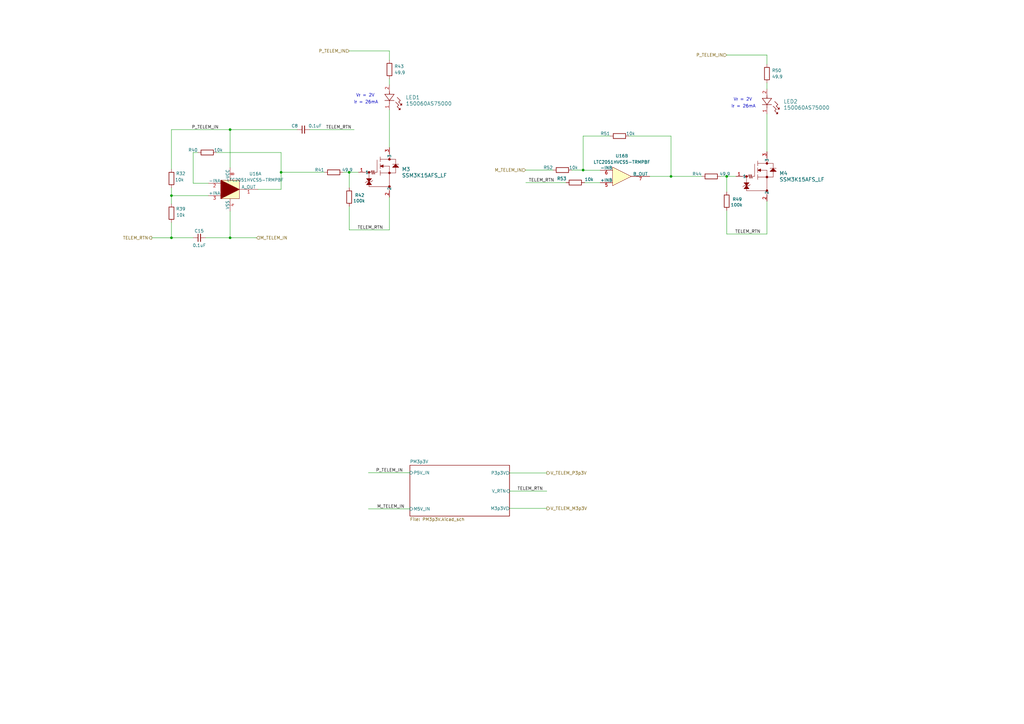
<source format=kicad_sch>
(kicad_sch
	(version 20250114)
	(generator "eeschema")
	(generator_version "9.0")
	(uuid "61bd87cd-b492-4587-a0c5-af1e779bea39")
	(paper "A3")
	(lib_symbols
		(symbol "Analog_Dev:LTC2051HVIMS8_PBF"
			(pin_names
				(offset 0)
			)
			(exclude_from_sim no)
			(in_bom yes)
			(on_board yes)
			(property "Reference" "U"
				(at 7.112 -2.032 0)
				(effects
					(font
						(size 1.27 1.27)
					)
				)
			)
			(property "Value" "LTC2051HV"
				(at 13.97 10.16 0)
				(effects
					(font
						(size 1.27 1.27)
					)
				)
			)
			(property "Footprint" ""
				(at 0 0 0)
				(effects
					(font
						(size 1.27 1.27)
					)
					(hide yes)
				)
			)
			(property "Datasheet" ""
				(at 0 0 0)
				(effects
					(font
						(size 1.27 1.27)
					)
					(hide yes)
				)
			)
			(property "Description" ""
				(at 0 0 0)
				(effects
					(font
						(size 1.27 1.27)
					)
					(hide yes)
				)
			)
			(property "ki_locked" ""
				(at 0 0 0)
				(effects
					(font
						(size 1.27 1.27)
					)
				)
			)
			(symbol "LTC2051HVIMS8_PBF_1_1"
				(rectangle
					(start 0 7.62)
					(end 7.62 0)
					(stroke
						(width 0)
						(type default)
					)
					(fill
						(type background)
					)
				)
				(polyline
					(pts
						(xy 0 0) (xy 0 7.62) (xy 7.62 3.81) (xy 0 0)
					)
					(stroke
						(width 0)
						(type default)
					)
					(fill
						(type outline)
					)
				)
				(pin input line
					(at -5.08 6.35 0)
					(length 5.08)
					(name "-INA"
						(effects
							(font
								(size 1.27 1.27)
							)
						)
					)
					(number "2"
						(effects
							(font
								(size 1.27 1.27)
							)
						)
					)
				)
				(pin input line
					(at -5.08 1.27 0)
					(length 5.08)
					(name "+INA"
						(effects
							(font
								(size 1.27 1.27)
							)
						)
					)
					(number "3"
						(effects
							(font
								(size 1.27 1.27)
							)
						)
					)
				)
				(pin power_in line
					(at 3.81 12.7 270)
					(length 5.08)
					(name "VCC"
						(effects
							(font
								(size 1.27 1.27)
							)
						)
					)
					(number "8"
						(effects
							(font
								(size 1.27 1.27)
							)
						)
					)
				)
				(pin power_in line
					(at 3.81 -5.08 90)
					(length 5.08)
					(name "VSS"
						(effects
							(font
								(size 1.27 1.27)
							)
						)
					)
					(number "4"
						(effects
							(font
								(size 1.27 1.27)
							)
						)
					)
				)
				(pin output line
					(at 15.24 3.81 180)
					(length 7.62)
					(name "A_OUT"
						(effects
							(font
								(size 1.27 1.27)
							)
						)
					)
					(number "1"
						(effects
							(font
								(size 1.27 1.27)
							)
						)
					)
				)
			)
			(symbol "LTC2051HVIMS8_PBF_2_1"
				(polyline
					(pts
						(xy 0 0) (xy 0 7.62) (xy 7.62 3.81) (xy 0 0)
					)
					(stroke
						(width 0)
						(type default)
					)
					(fill
						(type background)
					)
				)
				(pin input line
					(at -5.08 6.35 0)
					(length 5.08)
					(name "-INB"
						(effects
							(font
								(size 1.27 1.27)
							)
						)
					)
					(number "6"
						(effects
							(font
								(size 1.27 1.27)
							)
						)
					)
				)
				(pin input line
					(at -5.08 1.27 0)
					(length 5.08)
					(name "+INB"
						(effects
							(font
								(size 1.27 1.27)
							)
						)
					)
					(number "5"
						(effects
							(font
								(size 1.27 1.27)
							)
						)
					)
				)
				(pin output line
					(at 15.24 3.81 180)
					(length 7.62)
					(name "B_OUT"
						(effects
							(font
								(size 1.27 1.27)
							)
						)
					)
					(number "7"
						(effects
							(font
								(size 1.27 1.27)
							)
						)
					)
				)
			)
			(embedded_fonts no)
		)
		(symbol "Device:C_Small"
			(pin_numbers
				(hide yes)
			)
			(pin_names
				(offset 0.254)
				(hide yes)
			)
			(exclude_from_sim no)
			(in_bom yes)
			(on_board yes)
			(property "Reference" "C"
				(at 0.254 1.778 0)
				(effects
					(font
						(size 1.27 1.27)
					)
					(justify left)
				)
			)
			(property "Value" "C_Small"
				(at 0.254 -2.032 0)
				(effects
					(font
						(size 1.27 1.27)
					)
					(justify left)
				)
			)
			(property "Footprint" ""
				(at 0 0 0)
				(effects
					(font
						(size 1.27 1.27)
					)
					(hide yes)
				)
			)
			(property "Datasheet" "~"
				(at 0 0 0)
				(effects
					(font
						(size 1.27 1.27)
					)
					(hide yes)
				)
			)
			(property "Description" "Unpolarized capacitor, small symbol"
				(at 0 0 0)
				(effects
					(font
						(size 1.27 1.27)
					)
					(hide yes)
				)
			)
			(property "ki_keywords" "capacitor cap"
				(at 0 0 0)
				(effects
					(font
						(size 1.27 1.27)
					)
					(hide yes)
				)
			)
			(property "ki_fp_filters" "C_*"
				(at 0 0 0)
				(effects
					(font
						(size 1.27 1.27)
					)
					(hide yes)
				)
			)
			(symbol "C_Small_0_1"
				(polyline
					(pts
						(xy -1.524 0.508) (xy 1.524 0.508)
					)
					(stroke
						(width 0.3048)
						(type default)
					)
					(fill
						(type none)
					)
				)
				(polyline
					(pts
						(xy -1.524 -0.508) (xy 1.524 -0.508)
					)
					(stroke
						(width 0.3302)
						(type default)
					)
					(fill
						(type none)
					)
				)
			)
			(symbol "C_Small_1_1"
				(pin passive line
					(at 0 2.54 270)
					(length 2.032)
					(name "~"
						(effects
							(font
								(size 1.27 1.27)
							)
						)
					)
					(number "1"
						(effects
							(font
								(size 1.27 1.27)
							)
						)
					)
				)
				(pin passive line
					(at 0 -2.54 90)
					(length 2.032)
					(name "~"
						(effects
							(font
								(size 1.27 1.27)
							)
						)
					)
					(number "2"
						(effects
							(font
								(size 1.27 1.27)
							)
						)
					)
				)
			)
			(embedded_fonts no)
		)
		(symbol "Device:R"
			(pin_numbers
				(hide yes)
			)
			(pin_names
				(offset 0)
			)
			(exclude_from_sim no)
			(in_bom yes)
			(on_board yes)
			(property "Reference" "R"
				(at 2.032 0 90)
				(effects
					(font
						(size 1.27 1.27)
					)
				)
			)
			(property "Value" "R"
				(at 0 0 90)
				(effects
					(font
						(size 1.27 1.27)
					)
				)
			)
			(property "Footprint" ""
				(at -1.778 0 90)
				(effects
					(font
						(size 1.27 1.27)
					)
					(hide yes)
				)
			)
			(property "Datasheet" "~"
				(at 0 0 0)
				(effects
					(font
						(size 1.27 1.27)
					)
					(hide yes)
				)
			)
			(property "Description" "Resistor"
				(at 0 0 0)
				(effects
					(font
						(size 1.27 1.27)
					)
					(hide yes)
				)
			)
			(property "ki_keywords" "R res resistor"
				(at 0 0 0)
				(effects
					(font
						(size 1.27 1.27)
					)
					(hide yes)
				)
			)
			(property "ki_fp_filters" "R_*"
				(at 0 0 0)
				(effects
					(font
						(size 1.27 1.27)
					)
					(hide yes)
				)
			)
			(symbol "R_0_1"
				(rectangle
					(start -1.016 -2.54)
					(end 1.016 2.54)
					(stroke
						(width 0.254)
						(type default)
					)
					(fill
						(type none)
					)
				)
			)
			(symbol "R_1_1"
				(pin passive line
					(at 0 3.81 270)
					(length 1.27)
					(name "~"
						(effects
							(font
								(size 1.27 1.27)
							)
						)
					)
					(number "1"
						(effects
							(font
								(size 1.27 1.27)
							)
						)
					)
				)
				(pin passive line
					(at 0 -3.81 90)
					(length 1.27)
					(name "~"
						(effects
							(font
								(size 1.27 1.27)
							)
						)
					)
					(number "2"
						(effects
							(font
								(size 1.27 1.27)
							)
						)
					)
				)
			)
			(embedded_fonts no)
		)
		(symbol "Toshiba_Semiconductor:SSM3K15AFS_LF"
			(pin_names
				(offset 0.254)
			)
			(exclude_from_sim no)
			(in_bom yes)
			(on_board yes)
			(property "Reference" "MOSFET"
				(at 0 0 0)
				(effects
					(font
						(size 1.524 1.524)
					)
				)
			)
			(property "Value" "SSM3K15AFS_LF"
				(at 0 0 0)
				(effects
					(font
						(size 1.524 1.524)
					)
				)
			)
			(property "Footprint" "SSM_TOS"
				(at 0 0 0)
				(effects
					(font
						(size 1.27 1.27)
						(italic yes)
					)
					(hide yes)
				)
			)
			(property "Datasheet" "SSM3K15AFS_LF"
				(at 0 0 0)
				(effects
					(font
						(size 1.27 1.27)
						(italic yes)
					)
					(hide yes)
				)
			)
			(property "Description" ""
				(at 0 0 0)
				(effects
					(font
						(size 1.27 1.27)
					)
					(hide yes)
				)
			)
			(property "ki_locked" ""
				(at 0 0 0)
				(effects
					(font
						(size 1.27 1.27)
					)
				)
			)
			(property "ki_keywords" "SSM3K15AFS,LF"
				(at 0 0 0)
				(effects
					(font
						(size 1.27 1.27)
					)
					(hide yes)
				)
			)
			(property "ki_fp_filters" "SSM_TOS SSM_TOS-M SSM_TOS-L"
				(at 0 0 0)
				(effects
					(font
						(size 1.27 1.27)
					)
					(hide yes)
				)
			)
			(symbol "SSM3K15AFS_LF_0_1"
				(polyline
					(pts
						(xy 0 -7.62) (xy 2.54 -7.62)
					)
					(stroke
						(width 0.1524)
						(type default)
					)
					(fill
						(type none)
					)
				)
				(polyline
					(pts
						(xy 0.762 -10.16) (xy 1.778 -11.43)
					)
					(stroke
						(width 0.1524)
						(type default)
					)
					(fill
						(type none)
					)
				)
				(polyline
					(pts
						(xy 0.762 -10.16) (xy 1.778 -11.43) (xy 0.762 -12.7) (xy 2.794 -12.7) (xy 1.778 -11.43) (xy 2.794 -10.16)
					)
					(stroke
						(width 0)
						(type default)
					)
					(fill
						(type outline)
					)
				)
				(polyline
					(pts
						(xy 0.762 -11.43) (xy 0.254 -11.938)
					)
					(stroke
						(width 0.1524)
						(type default)
					)
					(fill
						(type none)
					)
				)
				(polyline
					(pts
						(xy 0.762 -11.43) (xy 2.794 -11.43)
					)
					(stroke
						(width 0.1524)
						(type default)
					)
					(fill
						(type none)
					)
				)
				(polyline
					(pts
						(xy 0.762 -12.7) (xy 2.794 -12.7)
					)
					(stroke
						(width 0.1524)
						(type default)
					)
					(fill
						(type none)
					)
				)
				(polyline
					(pts
						(xy 1.778 -7.62) (xy 1.778 -10.16)
					)
					(stroke
						(width 0.1524)
						(type default)
					)
					(fill
						(type none)
					)
				)
				(circle
					(center 1.778 -7.62)
					(radius 0.254)
					(stroke
						(width 0.508)
						(type default)
					)
					(fill
						(type none)
					)
				)
				(polyline
					(pts
						(xy 1.778 -11.43) (xy 0.762 -12.7)
					)
					(stroke
						(width 0.1524)
						(type default)
					)
					(fill
						(type none)
					)
				)
				(polyline
					(pts
						(xy 1.778 -11.43) (xy 2.794 -10.16)
					)
					(stroke
						(width 0.1524)
						(type default)
					)
					(fill
						(type none)
					)
				)
				(polyline
					(pts
						(xy 1.778 -12.7) (xy 1.778 -13.462)
					)
					(stroke
						(width 0.1524)
						(type default)
					)
					(fill
						(type none)
					)
				)
				(polyline
					(pts
						(xy 1.778 -13.462) (xy 10.16 -13.462)
					)
					(stroke
						(width 0.1524)
						(type default)
					)
					(fill
						(type none)
					)
				)
				(polyline
					(pts
						(xy 2.794 -6.858) (xy 2.54 -7.62)
					)
					(stroke
						(width 0.1524)
						(type default)
					)
					(fill
						(type none)
					)
				)
				(polyline
					(pts
						(xy 2.794 -10.16) (xy 0.762 -10.16)
					)
					(stroke
						(width 0.1524)
						(type default)
					)
					(fill
						(type none)
					)
				)
				(polyline
					(pts
						(xy 2.794 -11.43) (xy 3.302 -10.922)
					)
					(stroke
						(width 0.1524)
						(type default)
					)
					(fill
						(type none)
					)
				)
				(polyline
					(pts
						(xy 2.794 -12.7) (xy 1.778 -11.43)
					)
					(stroke
						(width 0.1524)
						(type default)
					)
					(fill
						(type none)
					)
				)
				(polyline
					(pts
						(xy 3.048 -8.382) (xy 2.794 -6.858)
					)
					(stroke
						(width 0.1524)
						(type default)
					)
					(fill
						(type none)
					)
				)
				(polyline
					(pts
						(xy 3.302 -6.858) (xy 3.048 -8.382)
					)
					(stroke
						(width 0.1524)
						(type default)
					)
					(fill
						(type none)
					)
				)
				(polyline
					(pts
						(xy 3.556 -8.382) (xy 3.302 -6.858)
					)
					(stroke
						(width 0.1524)
						(type default)
					)
					(fill
						(type none)
					)
				)
				(polyline
					(pts
						(xy 3.81 -6.858) (xy 3.556 -8.382)
					)
					(stroke
						(width 0.1524)
						(type default)
					)
					(fill
						(type none)
					)
				)
				(polyline
					(pts
						(xy 4.064 -8.382) (xy 3.81 -6.858)
					)
					(stroke
						(width 0.1524)
						(type default)
					)
					(fill
						(type none)
					)
				)
				(polyline
					(pts
						(xy 4.318 -7.62) (xy 4.064 -8.382)
					)
					(stroke
						(width 0.1524)
						(type default)
					)
					(fill
						(type none)
					)
				)
				(polyline
					(pts
						(xy 5.08 -7.62) (xy 4.318 -7.62)
					)
					(stroke
						(width 0.1524)
						(type default)
					)
					(fill
						(type none)
					)
				)
				(polyline
					(pts
						(xy 5.08 -7.62) (xy 5.08 -2.54)
					)
					(stroke
						(width 0.1524)
						(type default)
					)
					(fill
						(type none)
					)
				)
				(polyline
					(pts
						(xy 6.35 -3.302) (xy 6.35 -1.27)
					)
					(stroke
						(width 0.1524)
						(type default)
					)
					(fill
						(type none)
					)
				)
				(polyline
					(pts
						(xy 6.35 -5.08) (xy 7.62 -4.572)
					)
					(stroke
						(width 0.1524)
						(type default)
					)
					(fill
						(type none)
					)
				)
				(polyline
					(pts
						(xy 6.35 -6.096) (xy 6.35 -4.064)
					)
					(stroke
						(width 0.1524)
						(type default)
					)
					(fill
						(type none)
					)
				)
				(polyline
					(pts
						(xy 6.35 -7.874) (xy 12.7 -7.874)
					)
					(stroke
						(width 0.1524)
						(type default)
					)
					(fill
						(type none)
					)
				)
				(polyline
					(pts
						(xy 6.35 -8.89) (xy 6.35 -6.858)
					)
					(stroke
						(width 0.1524)
						(type default)
					)
					(fill
						(type none)
					)
				)
				(polyline
					(pts
						(xy 7.62 -4.572) (xy 7.62 -5.588)
					)
					(stroke
						(width 0.1524)
						(type default)
					)
					(fill
						(type none)
					)
				)
				(polyline
					(pts
						(xy 7.62 -4.572) (xy 6.35 -5.08) (xy 7.62 -5.588)
					)
					(stroke
						(width 0)
						(type default)
					)
					(fill
						(type outline)
					)
				)
				(polyline
					(pts
						(xy 7.62 -5.08) (xy 10.16 -5.08)
					)
					(stroke
						(width 0.1524)
						(type default)
					)
					(fill
						(type none)
					)
				)
				(polyline
					(pts
						(xy 7.62 -5.588) (xy 6.35 -5.08)
					)
					(stroke
						(width 0.1524)
						(type default)
					)
					(fill
						(type none)
					)
				)
				(polyline
					(pts
						(xy 10.16 0) (xy 10.16 -2.286)
					)
					(stroke
						(width 0.1524)
						(type default)
					)
					(fill
						(type none)
					)
				)
				(circle
					(center 10.16 -2.286)
					(radius 0.254)
					(stroke
						(width 0.508)
						(type default)
					)
					(fill
						(type none)
					)
				)
				(polyline
					(pts
						(xy 10.16 -5.08) (xy 10.16 -15.24)
					)
					(stroke
						(width 0.1524)
						(type default)
					)
					(fill
						(type none)
					)
				)
				(circle
					(center 10.16 -7.874)
					(radius 0.254)
					(stroke
						(width 0.508)
						(type default)
					)
					(fill
						(type none)
					)
				)
				(circle
					(center 10.16 -13.462)
					(radius 0.254)
					(stroke
						(width 0.508)
						(type default)
					)
					(fill
						(type none)
					)
				)
				(polyline
					(pts
						(xy 11.43 -4.318) (xy 13.97 -4.318)
					)
					(stroke
						(width 0.1524)
						(type default)
					)
					(fill
						(type none)
					)
				)
				(polyline
					(pts
						(xy 11.43 -5.588) (xy 13.97 -5.588)
					)
					(stroke
						(width 0.1524)
						(type default)
					)
					(fill
						(type none)
					)
				)
				(polyline
					(pts
						(xy 12.7 -2.286) (xy 6.35 -2.286)
					)
					(stroke
						(width 0.1524)
						(type default)
					)
					(fill
						(type none)
					)
				)
				(polyline
					(pts
						(xy 12.7 -4.318) (xy 11.43 -5.588)
					)
					(stroke
						(width 0.1524)
						(type default)
					)
					(fill
						(type none)
					)
				)
				(polyline
					(pts
						(xy 12.7 -4.318) (xy 12.7 -2.286)
					)
					(stroke
						(width 0.1524)
						(type default)
					)
					(fill
						(type none)
					)
				)
				(polyline
					(pts
						(xy 12.7 -4.318) (xy 11.43 -5.588) (xy 13.97 -5.588)
					)
					(stroke
						(width 0)
						(type default)
					)
					(fill
						(type outline)
					)
				)
				(polyline
					(pts
						(xy 12.7 -7.874) (xy 12.7 -5.588)
					)
					(stroke
						(width 0.1524)
						(type default)
					)
					(fill
						(type none)
					)
				)
				(polyline
					(pts
						(xy 13.97 -5.588) (xy 12.7 -4.318)
					)
					(stroke
						(width 0.1524)
						(type default)
					)
					(fill
						(type none)
					)
				)
				(pin unspecified line
					(at -2.54 -7.62 0)
					(length 2.54)
					(name "1"
						(effects
							(font
								(size 1.27 1.27)
							)
						)
					)
					(number "1"
						(effects
							(font
								(size 1.27 1.27)
							)
						)
					)
				)
				(pin unspecified line
					(at 10.16 2.54 270)
					(length 2.54)
					(name "3"
						(effects
							(font
								(size 1.27 1.27)
							)
						)
					)
					(number "3"
						(effects
							(font
								(size 1.27 1.27)
							)
						)
					)
				)
				(pin unspecified line
					(at 10.16 -17.78 90)
					(length 2.54)
					(name "2"
						(effects
							(font
								(size 1.27 1.27)
							)
						)
					)
					(number "2"
						(effects
							(font
								(size 1.27 1.27)
							)
						)
					)
				)
			)
			(embedded_fonts no)
		)
		(symbol "Wurth Elektronik:150060AS75000"
			(pin_names
				(offset 0.254)
			)
			(exclude_from_sim no)
			(in_bom yes)
			(on_board yes)
			(property "Reference" "LED"
				(at 5.08 -4.445 0)
				(effects
					(font
						(size 1.524 1.524)
					)
				)
			)
			(property "Value" "150060AS75000"
				(at 5.08 -7.62 0)
				(effects
					(font
						(size 1.524 1.524)
					)
				)
			)
			(property "Footprint" "LED_0AS75000_WRE"
				(at 0 0 0)
				(effects
					(font
						(size 1.27 1.27)
						(italic yes)
					)
					(hide yes)
				)
			)
			(property "Datasheet" "150060AS75000"
				(at 0 0 0)
				(effects
					(font
						(size 1.27 1.27)
						(italic yes)
					)
					(hide yes)
				)
			)
			(property "Description" ""
				(at 0 0 0)
				(effects
					(font
						(size 1.27 1.27)
					)
					(hide yes)
				)
			)
			(property "ki_locked" ""
				(at 0 0 0)
				(effects
					(font
						(size 1.27 1.27)
					)
				)
			)
			(property "ki_keywords" "150060AS75000"
				(at 0 0 0)
				(effects
					(font
						(size 1.27 1.27)
					)
					(hide yes)
				)
			)
			(property "ki_fp_filters" "LED_0AS75000_WRE"
				(at 0 0 0)
				(effects
					(font
						(size 1.27 1.27)
					)
					(hide yes)
				)
			)
			(symbol "150060AS75000_0_1"
				(polyline
					(pts
						(xy 2.54 0) (xy 3.4798 0)
					)
					(stroke
						(width 0.2032)
						(type default)
					)
					(fill
						(type none)
					)
				)
				(polyline
					(pts
						(xy 3.175 0) (xy 3.81 0)
					)
					(stroke
						(width 0.2032)
						(type default)
					)
					(fill
						(type none)
					)
				)
				(polyline
					(pts
						(xy 3.81 1.905) (xy 3.81 -1.905)
					)
					(stroke
						(width 0.2032)
						(type default)
					)
					(fill
						(type none)
					)
				)
				(polyline
					(pts
						(xy 3.81 -1.905) (xy 6.35 0)
					)
					(stroke
						(width 0.2032)
						(type default)
					)
					(fill
						(type none)
					)
				)
				(polyline
					(pts
						(xy 5.08 3.175) (xy 6.35 4.445)
					)
					(stroke
						(width 0.2032)
						(type default)
					)
					(fill
						(type none)
					)
				)
				(polyline
					(pts
						(xy 6.35 4.445) (xy 6.985 3.81)
					)
					(stroke
						(width 0.2032)
						(type default)
					)
					(fill
						(type none)
					)
				)
				(polyline
					(pts
						(xy 6.35 0) (xy 3.81 1.905)
					)
					(stroke
						(width 0.2032)
						(type default)
					)
					(fill
						(type none)
					)
				)
				(polyline
					(pts
						(xy 6.35 0) (xy 7.62 0)
					)
					(stroke
						(width 0.2032)
						(type default)
					)
					(fill
						(type none)
					)
				)
				(polyline
					(pts
						(xy 6.35 -1.905) (xy 6.35 1.905)
					)
					(stroke
						(width 0.2032)
						(type default)
					)
					(fill
						(type none)
					)
				)
				(polyline
					(pts
						(xy 6.985 3.81) (xy 8.255 5.08)
					)
					(stroke
						(width 0.2032)
						(type default)
					)
					(fill
						(type none)
					)
				)
				(polyline
					(pts
						(xy 6.985 2.54) (xy 8.255 3.81)
					)
					(stroke
						(width 0.2032)
						(type default)
					)
					(fill
						(type none)
					)
				)
				(polyline
					(pts
						(xy 7.62 5.08) (xy 8.255 4.445)
					)
					(stroke
						(width 0.2032)
						(type default)
					)
					(fill
						(type none)
					)
				)
				(polyline
					(pts
						(xy 8.255 5.08) (xy 7.62 5.08)
					)
					(stroke
						(width 0.2032)
						(type default)
					)
					(fill
						(type none)
					)
				)
				(polyline
					(pts
						(xy 8.255 4.445) (xy 8.255 5.08)
					)
					(stroke
						(width 0.2032)
						(type default)
					)
					(fill
						(type none)
					)
				)
				(polyline
					(pts
						(xy 8.255 3.81) (xy 8.89 3.175)
					)
					(stroke
						(width 0.2032)
						(type default)
					)
					(fill
						(type none)
					)
				)
				(polyline
					(pts
						(xy 8.89 3.175) (xy 10.16 4.445)
					)
					(stroke
						(width 0.2032)
						(type default)
					)
					(fill
						(type none)
					)
				)
				(polyline
					(pts
						(xy 9.525 4.445) (xy 10.16 3.81)
					)
					(stroke
						(width 0.2032)
						(type default)
					)
					(fill
						(type none)
					)
				)
				(polyline
					(pts
						(xy 10.16 4.445) (xy 9.525 4.445)
					)
					(stroke
						(width 0.2032)
						(type default)
					)
					(fill
						(type none)
					)
				)
				(polyline
					(pts
						(xy 10.16 3.81) (xy 10.16 4.445)
					)
					(stroke
						(width 0.2032)
						(type default)
					)
					(fill
						(type none)
					)
				)
				(pin unspecified line
					(at 0 0 0)
					(length 2.54)
					(name ""
						(effects
							(font
								(size 1.27 1.27)
							)
						)
					)
					(number "2"
						(effects
							(font
								(size 1.27 1.27)
							)
						)
					)
				)
				(pin unspecified line
					(at 10.16 0 180)
					(length 2.54)
					(name ""
						(effects
							(font
								(size 1.27 1.27)
							)
						)
					)
					(number "1"
						(effects
							(font
								(size 1.27 1.27)
							)
						)
					)
				)
			)
			(embedded_fonts no)
		)
	)
	(text "I_{f} = 26mA"
		(exclude_from_sim no)
		(at 304.9104 43.6527 0)
		(effects
			(font
				(size 1.27 1.27)
			)
		)
		(uuid "1beac899-5f18-40cc-92f0-ab9f34596ce6")
	)
	(text "I_{f} = 26mA"
		(exclude_from_sim no)
		(at 150.0777 41.9752 0)
		(effects
			(font
				(size 1.27 1.27)
			)
		)
		(uuid "2c8a0cfc-e9af-4e94-b84e-c1364e476331")
	)
	(text "V_{f} = 2V"
		(exclude_from_sim no)
		(at 149.8237 39.1812 0)
		(effects
			(font
				(size 1.27 1.27)
			)
		)
		(uuid "43b34480-ab85-4f62-be4a-54af7d406b0e")
	)
	(text "V_{f} = 2V"
		(exclude_from_sim no)
		(at 304.6564 40.8587 0)
		(effects
			(font
				(size 1.27 1.27)
			)
		)
		(uuid "f0ad5c98-1e64-47da-9c37-32a7b5460b85")
	)
	(junction
		(at 115.2797 70.6772)
		(diameter 0)
		(color 0 0 0 0)
		(uuid "3847cc66-8d44-4b51-bd93-af1700bae477")
	)
	(junction
		(at 94.3654 97.5303)
		(diameter 0)
		(color 0 0 0 0)
		(uuid "5c37f8fc-a275-42ee-9dcf-77178f75137e")
	)
	(junction
		(at 298.0524 72.3547)
		(diameter 0)
		(color 0 0 0 0)
		(uuid "67d855e5-69ed-4c68-9f5b-ce8ef8de9f5a")
	)
	(junction
		(at 70.3217 80.2308)
		(diameter 0)
		(color 0 0 0 0)
		(uuid "816d1c62-7263-4d06-a33d-01a1556f2d9c")
	)
	(junction
		(at 70.3217 97.5303)
		(diameter 0)
		(color 0 0 0 0)
		(uuid "a9885c0f-281b-4293-92f5-8d249679a597")
	)
	(junction
		(at 239.1624 69.7512)
		(diameter 0)
		(color 0 0 0 0)
		(uuid "cc1e5e1b-dbd8-449f-9198-2fd29cf69c9f")
	)
	(junction
		(at 275.2101 72.3547)
		(diameter 0)
		(color 0 0 0 0)
		(uuid "da3c04c8-7ba7-4f90-8213-fafacc52ae8b")
	)
	(junction
		(at 94.3654 53.1512)
		(diameter 0)
		(color 0 0 0 0)
		(uuid "f4894026-5b81-4c1c-9145-0d17d61dff8d")
	)
	(junction
		(at 143.2197 70.6772)
		(diameter 0)
		(color 0 0 0 0)
		(uuid "ffbc2134-0ae9-43a6-881d-b7ea84db0270")
	)
	(wire
		(pts
			(xy 239.1624 69.7512) (xy 234.47 69.7512)
		)
		(stroke
			(width 0)
			(type default)
		)
		(uuid "0ab52e16-522f-471d-b29c-b8193941f620")
	)
	(wire
		(pts
			(xy 295.5124 72.3547) (xy 298.0524 72.3547)
		)
		(stroke
			(width 0)
			(type default)
		)
		(uuid "0b73542b-cd0a-4728-b502-697ee073954b")
	)
	(wire
		(pts
			(xy 314.5624 95.9767) (xy 298.0524 95.9767)
		)
		(stroke
			(width 0)
			(type default)
		)
		(uuid "11b2cbfe-0ca6-42a9-bcdd-e1e72ab4897f")
	)
	(wire
		(pts
			(xy 70.3217 77.0272) (xy 70.3217 80.2308)
		)
		(stroke
			(width 0)
			(type default)
		)
		(uuid "17ea5427-6317-44af-ae4d-7c9894c2fea8")
	)
	(wire
		(pts
			(xy 143.2197 70.6772) (xy 143.2197 77.0272)
		)
		(stroke
			(width 0)
			(type default)
		)
		(uuid "180aaa25-55ef-404b-a3af-1ab9f86b50e3")
	)
	(wire
		(pts
			(xy 85.4754 80.2308) (xy 70.3217 80.2308)
		)
		(stroke
			(width 0)
			(type default)
		)
		(uuid "190217db-b485-4d86-8c47-e28a6bfd9ee0")
	)
	(wire
		(pts
			(xy 168.1237 208.7331) (xy 151.0747 208.7331)
		)
		(stroke
			(width 0)
			(type default)
		)
		(uuid "1c185905-1d4e-4e66-bc46-1c80023251b1")
	)
	(wire
		(pts
			(xy 70.3217 69.4072) (xy 70.3217 53.1512)
		)
		(stroke
			(width 0)
			(type default)
		)
		(uuid "1dfe386a-aa07-4e92-b181-581d5999a8ea")
	)
	(wire
		(pts
			(xy 208.9769 193.9881) (xy 224.2912 193.9881)
		)
		(stroke
			(width 0)
			(type default)
		)
		(uuid "20da2198-2a0c-4563-980f-ac3e4497afcf")
	)
	(wire
		(pts
			(xy 250.2544 55.7952) (xy 239.1624 55.7952)
		)
		(stroke
			(width 0)
			(type default)
		)
		(uuid "25ae9cd5-6ff7-4f67-a935-1fd7cec65dca")
	)
	(wire
		(pts
			(xy 314.5624 46.7007) (xy 314.5624 62.1947)
		)
		(stroke
			(width 0)
			(type default)
		)
		(uuid "2bc8845e-7121-48be-ba9e-6b6bd1252d69")
	)
	(wire
		(pts
			(xy 94.3654 53.1512) (xy 121.8837 53.1512)
		)
		(stroke
			(width 0)
			(type default)
		)
		(uuid "2ebdc509-816b-4887-a689-60e278e5abc3")
	)
	(wire
		(pts
			(xy 79.2117 62.5492) (xy 79.2117 75.1508)
		)
		(stroke
			(width 0)
			(type default)
		)
		(uuid "31d6b3c2-4ae1-47c0-9504-82418ece823f")
	)
	(wire
		(pts
			(xy 314.5624 34.0007) (xy 314.5624 36.5407)
		)
		(stroke
			(width 0)
			(type default)
		)
		(uuid "330ac1ee-ce67-4dfa-be61-1c2e19d785e6")
	)
	(wire
		(pts
			(xy 94.3654 68.8008) (xy 94.3654 53.1512)
		)
		(stroke
			(width 0)
			(type default)
		)
		(uuid "37844972-3fb2-4058-bbf1-bd50ce6bb6c3")
	)
	(wire
		(pts
			(xy 70.3217 80.2308) (xy 70.3217 83.6312)
		)
		(stroke
			(width 0)
			(type default)
		)
		(uuid "38d977be-4bd7-449d-aa54-699f4141bd0b")
	)
	(wire
		(pts
			(xy 143.2197 70.6772) (xy 147.0297 70.6772)
		)
		(stroke
			(width 0)
			(type default)
		)
		(uuid "3d830c75-cea0-424b-a157-a4d640fd4dbd")
	)
	(wire
		(pts
			(xy 298.0524 22.5707) (xy 314.5624 22.5707)
		)
		(stroke
			(width 0)
			(type default)
		)
		(uuid "481efed7-0a8c-4851-b479-653e4318c3b6")
	)
	(wire
		(pts
			(xy 159.7297 94.2992) (xy 143.2197 94.2992)
		)
		(stroke
			(width 0)
			(type default)
		)
		(uuid "4ccf6a7c-d184-4835-88a6-12757955c037")
	)
	(wire
		(pts
			(xy 94.3654 97.5303) (xy 105.1803 97.5303)
		)
		(stroke
			(width 0)
			(type default)
		)
		(uuid "50a99d0d-b9a3-4604-9f86-aca79dfbce17")
	)
	(wire
		(pts
			(xy 275.2101 72.3547) (xy 266.4858 72.3547)
		)
		(stroke
			(width 0)
			(type default)
		)
		(uuid "534ae4d8-8bd9-4209-87be-eef84bb690c8")
	)
	(wire
		(pts
			(xy 88.7992 62.5492) (xy 115.2797 62.5492)
		)
		(stroke
			(width 0)
			(type default)
		)
		(uuid "56209ff2-262d-4058-ade7-ec5540322666")
	)
	(wire
		(pts
			(xy 232.146 74.887) (xy 215.636 74.887)
		)
		(stroke
			(width 0)
			(type default)
		)
		(uuid "57cc5efc-a3d6-4b64-b04a-910bff32b434")
	)
	(wire
		(pts
			(xy 298.0524 86.3247) (xy 298.0524 95.9767)
		)
		(stroke
			(width 0)
			(type default)
		)
		(uuid "59248295-1254-4b7f-bd80-812c993d809a")
	)
	(wire
		(pts
			(xy 298.0524 72.3547) (xy 301.8624 72.3547)
		)
		(stroke
			(width 0)
			(type default)
		)
		(uuid "5cb0c718-bdf2-4d05-8dd6-e9de064e074c")
	)
	(wire
		(pts
			(xy 62.2838 97.546) (xy 70.3217 97.546)
		)
		(stroke
			(width 0)
			(type default)
		)
		(uuid "5fbff055-f3ef-4515-9b2a-48960a8ced91")
	)
	(wire
		(pts
			(xy 85.4754 75.1508) (xy 79.2117 75.1508)
		)
		(stroke
			(width 0)
			(type default)
		)
		(uuid "613fa002-74a9-4bd6-adc6-8da458e90627")
	)
	(wire
		(pts
			(xy 84.2917 97.5303) (xy 94.3654 97.5303)
		)
		(stroke
			(width 0)
			(type default)
		)
		(uuid "616c27bc-7860-4225-99df-ba720395fd8f")
	)
	(wire
		(pts
			(xy 246.1658 74.8947) (xy 239.766 74.8947)
		)
		(stroke
			(width 0)
			(type default)
		)
		(uuid "62ed94d6-db3d-400a-99d3-dcdb6a94fd25")
	)
	(wire
		(pts
			(xy 133.0597 70.6772) (xy 115.2797 70.6772)
		)
		(stroke
			(width 0)
			(type default)
		)
		(uuid "632faa24-f05c-4cf2-84fe-faccfd428190")
	)
	(wire
		(pts
			(xy 239.1624 69.7512) (xy 239.1624 69.8147)
		)
		(stroke
			(width 0)
			(type default)
		)
		(uuid "66d7d9d2-b206-4aa2-8dc1-190fd9cee28d")
	)
	(wire
		(pts
			(xy 105.7954 77.6908) (xy 115.2797 77.6908)
		)
		(stroke
			(width 0)
			(type default)
		)
		(uuid "6960e420-0de0-4a38-9442-92745a29c061")
	)
	(wire
		(pts
			(xy 298.0524 72.3547) (xy 298.0524 78.7047)
		)
		(stroke
			(width 0)
			(type default)
		)
		(uuid "697fd36e-c39e-495b-8ed5-671b498e3a94")
	)
	(wire
		(pts
			(xy 159.7297 80.8372) (xy 159.7297 94.2992)
		)
		(stroke
			(width 0)
			(type default)
		)
		(uuid "69c46f67-0dc2-442b-a807-edff8111df1e")
	)
	(wire
		(pts
			(xy 239.766 74.8947) (xy 239.766 74.887)
		)
		(stroke
			(width 0)
			(type default)
		)
		(uuid "7b3ab043-190f-448a-8962-e14d9df6a0df")
	)
	(wire
		(pts
			(xy 314.5624 82.5147) (xy 314.5624 95.9767)
		)
		(stroke
			(width 0)
			(type default)
		)
		(uuid "82ee7a16-5fe9-49cf-bd7e-beecfc20d5c1")
	)
	(wire
		(pts
			(xy 226.85 69.7512) (xy 215.5713 69.7512)
		)
		(stroke
			(width 0)
			(type default)
		)
		(uuid "8cfe4caa-e16b-4904-9848-9a70cf822cec")
	)
	(wire
		(pts
			(xy 70.3217 91.2512) (xy 70.3217 97.5303)
		)
		(stroke
			(width 0)
			(type default)
		)
		(uuid "8e256e3b-8f00-4e60-8bef-3e692de9b2a6")
	)
	(wire
		(pts
			(xy 314.5624 22.5707) (xy 314.5624 26.3807)
		)
		(stroke
			(width 0)
			(type default)
		)
		(uuid "90d273e3-5a51-454d-b7b5-70dcc9fff1f4")
	)
	(wire
		(pts
			(xy 140.6797 70.6772) (xy 143.2197 70.6772)
		)
		(stroke
			(width 0)
			(type default)
		)
		(uuid "986c3040-149b-4804-962d-12c8e4dea812")
	)
	(wire
		(pts
			(xy 239.1624 55.7952) (xy 239.1624 69.7512)
		)
		(stroke
			(width 0)
			(type default)
		)
		(uuid "9e8be2f8-34fd-4528-9a57-c75466a7f22a")
	)
	(wire
		(pts
			(xy 94.3654 97.5303) (xy 94.3654 86.5808)
		)
		(stroke
			(width 0)
			(type default)
		)
		(uuid "a8c72070-3e29-4195-ad2c-5171675af5b1")
	)
	(wire
		(pts
			(xy 126.9637 53.1512) (xy 145.2517 53.1512)
		)
		(stroke
			(width 0)
			(type default)
		)
		(uuid "acefbbac-a046-4ea4-b9e8-f2154cc7dee0")
	)
	(wire
		(pts
			(xy 70.3217 97.5303) (xy 79.2117 97.5303)
		)
		(stroke
			(width 0)
			(type default)
		)
		(uuid "b63eff25-74ef-4b0c-8bfa-16ff33067e98")
	)
	(wire
		(pts
			(xy 79.2117 62.5492) (xy 81.1792 62.5492)
		)
		(stroke
			(width 0)
			(type default)
		)
		(uuid "b67dc49c-074b-4429-bb29-2df001384383")
	)
	(wire
		(pts
			(xy 168.1237 193.8864) (xy 151.0747 193.8864)
		)
		(stroke
			(width 0)
			(type default)
		)
		(uuid "bd781a20-72e5-4337-846d-a8dcd92bfe4e")
	)
	(wire
		(pts
			(xy 275.2101 55.7952) (xy 257.8744 55.7952)
		)
		(stroke
			(width 0)
			(type default)
		)
		(uuid "bea73812-076d-41c4-b9b6-f6f788ee9c68")
	)
	(wire
		(pts
			(xy 275.2101 72.3547) (xy 275.2101 55.7952)
		)
		(stroke
			(width 0)
			(type default)
		)
		(uuid "c1fea277-00a5-4694-af51-b20cb3f4782d")
	)
	(wire
		(pts
			(xy 239.1624 69.8147) (xy 246.1658 69.8147)
		)
		(stroke
			(width 0)
			(type default)
		)
		(uuid "c4fbf54f-387f-4e98-bcde-41918d8edcfb")
	)
	(wire
		(pts
			(xy 143.2197 84.6472) (xy 143.2197 94.2992)
		)
		(stroke
			(width 0)
			(type default)
		)
		(uuid "c8c9583a-b0d7-46ef-a1c4-98a225d01178")
	)
	(wire
		(pts
			(xy 143.2197 20.8932) (xy 159.7297 20.8932)
		)
		(stroke
			(width 0)
			(type default)
		)
		(uuid "cb886132-a916-4ae0-a190-b931481287eb")
	)
	(wire
		(pts
			(xy 159.7297 20.8932) (xy 159.7297 24.7032)
		)
		(stroke
			(width 0)
			(type default)
		)
		(uuid "d32cb6ca-34c7-47d6-8e0e-263ca93a7a18")
	)
	(wire
		(pts
			(xy 115.2797 62.5492) (xy 115.2797 70.6772)
		)
		(stroke
			(width 0)
			(type default)
		)
		(uuid "d88574c1-3f2f-4502-8b5f-7c99b94dbdce")
	)
	(wire
		(pts
			(xy 159.7297 32.3232) (xy 159.7297 34.8632)
		)
		(stroke
			(width 0)
			(type default)
		)
		(uuid "e1a8cdf8-2c58-43e5-9a34-599c1be5e1e2")
	)
	(wire
		(pts
			(xy 208.9769 208.5297) (xy 224.2912 208.5297)
		)
		(stroke
			(width 0)
			(type default)
		)
		(uuid "e982d1f2-64ab-47de-b12e-8d6140aece37")
	)
	(wire
		(pts
			(xy 208.9769 201.4115) (xy 224.2912 201.4115)
		)
		(stroke
			(width 0)
			(type default)
		)
		(uuid "ef7317dc-951c-41c4-9209-303b82c443b7")
	)
	(wire
		(pts
			(xy 70.3217 53.1512) (xy 94.3654 53.1512)
		)
		(stroke
			(width 0)
			(type default)
		)
		(uuid "f1184268-213e-4882-8097-6959445352cf")
	)
	(wire
		(pts
			(xy 159.7297 45.0232) (xy 159.7297 60.5172)
		)
		(stroke
			(width 0)
			(type default)
		)
		(uuid "f2870ba1-937a-467d-a007-af6aeda171db")
	)
	(wire
		(pts
			(xy 70.3217 97.546) (xy 70.3217 97.5303)
		)
		(stroke
			(width 0)
			(type default)
		)
		(uuid "f7d7d309-1eb8-43f8-8ca3-3fec838975ba")
	)
	(wire
		(pts
			(xy 287.8924 72.3547) (xy 275.2101 72.3547)
		)
		(stroke
			(width 0)
			(type default)
		)
		(uuid "fbdee556-75e8-47ee-8a02-64e5c6b1f132")
	)
	(wire
		(pts
			(xy 115.2797 70.6772) (xy 115.2797 77.6908)
		)
		(stroke
			(width 0)
			(type default)
		)
		(uuid "feead8a1-0642-4210-9f41-91d375df7807")
	)
	(label "TELEM_RTN"
		(at 133.6699 53.1512 0)
		(effects
			(font
				(size 1.27 1.27)
			)
			(justify left bottom)
		)
		(uuid "081cd5a5-62ff-4de7-a695-e4dab56de104")
	)
	(label "M_TELEM_IN"
		(at 154.6338 208.7331 0)
		(effects
			(font
				(size 1.27 1.27)
			)
			(justify left bottom)
		)
		(uuid "21c41e4a-ad75-4bd2-87f7-45109445716d")
	)
	(label "TELEM_RTN"
		(at 216.8217 74.887 0)
		(effects
			(font
				(size 1.27 1.27)
			)
			(justify left bottom)
		)
		(uuid "2eccf9a4-dd24-49db-bb92-e1c38b0e11f0")
	)
	(label "P_TELEM_IN"
		(at 154.1762 193.8864 0)
		(effects
			(font
				(size 1.27 1.27)
			)
			(justify left bottom)
		)
		(uuid "36dc358f-4ea5-45d6-a13f-7204efc0ae81")
	)
	(label "TELEM_RTN"
		(at 301.4554 95.9767 0)
		(effects
			(font
				(size 1.27 1.27)
			)
			(justify left bottom)
		)
		(uuid "4c47f89a-16ef-4269-9241-b1908cb497f4")
	)
	(label "TELEM_RTN"
		(at 146.6227 94.2992 0)
		(effects
			(font
				(size 1.27 1.27)
			)
			(justify left bottom)
		)
		(uuid "8a59ec40-68b9-467d-abec-82b477f5aa75")
	)
	(label "TELEM_RTN"
		(at 212.207 201.4115 0)
		(effects
			(font
				(size 1.27 1.27)
			)
			(justify left bottom)
		)
		(uuid "997a0068-b178-43e9-9462-9d492fa666ad")
	)
	(label "P_TELEM_IN"
		(at 78.5891 53.1512 0)
		(effects
			(font
				(size 1.27 1.27)
			)
			(justify left bottom)
		)
		(uuid "a9115a70-3078-477b-bf53-a91da2f5769a")
	)
	(hierarchical_label "TELEM_RTN"
		(shape output)
		(at 62.2838 97.546 180)
		(effects
			(font
				(size 1.27 1.27)
			)
			(justify right)
		)
		(uuid "08b6860b-9b03-4bcc-8cbc-22523504655b")
	)
	(hierarchical_label "M_TELEM_IN"
		(shape input)
		(at 215.5713 69.7512 180)
		(effects
			(font
				(size 1.27 1.27)
			)
			(justify right)
		)
		(uuid "0906830b-73e1-489b-bdc9-07607c8dfc5d")
	)
	(hierarchical_label "V_TELEM_M3p3V"
		(shape output)
		(at 224.2912 208.5297 0)
		(effects
			(font
				(size 1.27 1.27)
			)
			(justify left)
		)
		(uuid "26d624fd-32c5-4851-94f0-734f00b4057a")
	)
	(hierarchical_label "V_TELEM_P3p3V"
		(shape output)
		(at 224.2912 193.9881 0)
		(effects
			(font
				(size 1.27 1.27)
			)
			(justify left)
		)
		(uuid "33442ff9-ff46-4f5f-ba1c-ed65c78d3a48")
	)
	(hierarchical_label "P_TELEM_IN"
		(shape input)
		(at 298.0524 22.5707 180)
		(effects
			(font
				(size 1.27 1.27)
			)
			(justify right)
		)
		(uuid "4a71e6a8-89da-4f96-a994-40042012c3de")
	)
	(hierarchical_label "P_TELEM_IN"
		(shape input)
		(at 143.2197 20.8932 180)
		(effects
			(font
				(size 1.27 1.27)
			)
			(justify right)
		)
		(uuid "5ff39571-a6c6-4a62-94f9-ef955d496dae")
	)
	(hierarchical_label "M_TELEM_IN"
		(shape input)
		(at 105.1803 97.5303 0)
		(effects
			(font
				(size 1.27 1.27)
			)
			(justify left)
		)
		(uuid "6a1cd0f0-1268-43f1-92c2-3c24a7956438")
	)
	(symbol
		(lib_id "Device:C_Small")
		(at 81.7517 97.5303 90)
		(unit 1)
		(exclude_from_sim no)
		(in_bom yes)
		(on_board yes)
		(dnp no)
		(uuid "0720e4b6-d213-4be2-87c0-dc7cb4cce611")
		(property "Reference" "C15"
			(at 81.6923 94.7141 90)
			(effects
				(font
					(size 1.27 1.27)
				)
			)
		)
		(property "Value" "0.1uF"
			(at 81.7403 100.6582 90)
			(effects
				(font
					(size 1.27 1.27)
				)
			)
		)
		(property "Footprint" "Capacitor_SMD:C_0603_1608Metric"
			(at 81.7517 97.5303 0)
			(effects
				(font
					(size 1.27 1.27)
				)
				(hide yes)
			)
		)
		(property "Datasheet" "~"
			(at 81.7517 97.5303 0)
			(effects
				(font
					(size 1.27 1.27)
				)
				(hide yes)
			)
		)
		(property "Description" "0.1 µF ±10% 50V Ceramic Capacitor X7R 0603 (1608 Metric)"
			(at 81.7517 97.5303 0)
			(effects
				(font
					(size 1.27 1.27)
				)
				(hide yes)
			)
		)
		(property "Dist. Part Num" "399-C0603C104K5RAC7411CT-ND"
			(at 81.7517 97.5303 0)
			(effects
				(font
					(size 1.27 1.27)
				)
				(hide yes)
			)
		)
		(property "Distributor" "Digi-Key"
			(at 81.7517 97.5303 0)
			(effects
				(font
					(size 1.27 1.27)
				)
				(hide yes)
			)
		)
		(property "Man. Part Num" "C0603C104K5RAC7411"
			(at 81.7517 97.5303 0)
			(effects
				(font
					(size 1.27 1.27)
				)
				(hide yes)
			)
		)
		(property "Manufacturer" "KEMET"
			(at 81.7517 97.5303 0)
			(effects
				(font
					(size 1.27 1.27)
				)
				(hide yes)
			)
		)
		(property "Package" "0603 (1608 Metric)"
			(at 81.7517 97.5303 0)
			(effects
				(font
					(size 1.27 1.27)
				)
				(hide yes)
			)
		)
		(property "Part Type" "SMD"
			(at 81.7517 97.5303 0)
			(effects
				(font
					(size 1.27 1.27)
				)
				(hide yes)
			)
		)
		(pin "1"
			(uuid "413a49ce-6f62-4102-8638-5553a23d14e7")
		)
		(pin "2"
			(uuid "b02f6978-e612-4aec-a21b-45e7419a3d8b")
		)
		(instances
			(project "TPC_Warm_Shaper"
				(path "/38bcebbd-10a1-47e0-b943-f959cfcb45e4/a2c962b2-1348-49d6-baa4-b512eaf6fa42"
					(reference "C15")
					(unit 1)
				)
			)
		)
	)
	(symbol
		(lib_id "Device:R")
		(at 84.9892 62.5492 90)
		(unit 1)
		(exclude_from_sim no)
		(in_bom yes)
		(on_board yes)
		(dnp no)
		(uuid "14265702-2ee5-4e79-a330-49829194c855")
		(property "Reference" "R40"
			(at 79.1472 61.5332 90)
			(effects
				(font
					(size 1.27 1.27)
				)
			)
		)
		(property "Value" "10k"
			(at 89.5612 61.5332 90)
			(effects
				(font
					(size 1.27 1.27)
				)
			)
		)
		(property "Footprint" "Resistor_SMD:R_0402_1005Metric"
			(at 84.9892 64.3272 90)
			(effects
				(font
					(size 1.27 1.27)
				)
				(hide yes)
			)
		)
		(property "Datasheet" "~"
			(at 84.9892 62.5492 0)
			(effects
				(font
					(size 1.27 1.27)
				)
				(hide yes)
			)
		)
		(property "Description" "10 kOhms ±0.1% 0.063W, 1/16W Chip Resistor 0402 (1005 Metric) Automotive AEC-Q200 Thin Film"
			(at 84.9892 62.5492 0)
			(effects
				(font
					(size 1.27 1.27)
				)
				(hide yes)
			)
		)
		(property "Dist. Part Num" "P10KDCCT-ND"
			(at 84.9892 62.5492 0)
			(effects
				(font
					(size 1.27 1.27)
				)
				(hide yes)
			)
		)
		(property "Distributor" "Digi-Key"
			(at 84.9892 62.5492 0)
			(effects
				(font
					(size 1.27 1.27)
				)
				(hide yes)
			)
		)
		(property "Man. Part Num" "ERA-2AEB103X"
			(at 84.9892 62.5492 0)
			(effects
				(font
					(size 1.27 1.27)
				)
				(hide yes)
			)
		)
		(property "Manufacturer" "Panasonic Electronic Components"
			(at 84.9892 62.5492 0)
			(effects
				(font
					(size 1.27 1.27)
				)
				(hide yes)
			)
		)
		(property "Package" "0402 (1005 Metric)"
			(at 84.9892 62.5492 0)
			(effects
				(font
					(size 1.27 1.27)
				)
				(hide yes)
			)
		)
		(property "Part Type" "SMD"
			(at 84.9892 62.5492 0)
			(effects
				(font
					(size 1.27 1.27)
				)
				(hide yes)
			)
		)
		(pin "2"
			(uuid "515b0b86-1d70-4171-a18c-16fa7b9404b8")
		)
		(pin "1"
			(uuid "08c0f637-95bf-4570-a732-4da115c255da")
		)
		(instances
			(project "TPC_Warm_Shaper"
				(path "/38bcebbd-10a1-47e0-b943-f959cfcb45e4/a2c962b2-1348-49d6-baa4-b512eaf6fa42"
					(reference "R40")
					(unit 1)
				)
			)
		)
	)
	(symbol
		(lib_id "Device:R")
		(at 143.2197 80.8372 180)
		(unit 1)
		(exclude_from_sim no)
		(in_bom yes)
		(on_board yes)
		(dnp no)
		(uuid "2ea58b8c-9abd-4408-8313-72c28054b095")
		(property "Reference" "R42"
			(at 147.5377 80.0752 0)
			(effects
				(font
					(size 1.27 1.27)
				)
			)
		)
		(property "Value" "100k"
			(at 147.2837 82.3612 0)
			(effects
				(font
					(size 1.27 1.27)
				)
			)
		)
		(property "Footprint" "Resistor_SMD:R_0603_1608Metric"
			(at 144.9977 80.8372 90)
			(effects
				(font
					(size 1.27 1.27)
				)
				(hide yes)
			)
		)
		(property "Datasheet" "~"
			(at 143.2197 80.8372 0)
			(effects
				(font
					(size 1.27 1.27)
				)
				(hide yes)
			)
		)
		(property "Description" "100 kOhms ±0.1% 0.21W Chip Resistor 0603 (1608 Metric) Anti-Sulfur, Automotive AEC-Q200, Moisture Resistant Thin Film"
			(at 143.2197 80.8372 0)
			(effects
				(font
					(size 1.27 1.27)
				)
				(hide yes)
			)
		)
		(property "Dist. Part Num" "TNP100KAACT-ND"
			(at 143.2197 80.8372 0)
			(effects
				(font
					(size 1.27 1.27)
				)
				(hide yes)
			)
		)
		(property "Distributor" "Digi-Key"
			(at 143.2197 80.8372 0)
			(effects
				(font
					(size 1.27 1.27)
				)
				(hide yes)
			)
		)
		(property "Man. Part Num" "TNPW0603100KBEEA"
			(at 143.2197 80.8372 0)
			(effects
				(font
					(size 1.27 1.27)
				)
				(hide yes)
			)
		)
		(property "Manufacturer" "Vishay Dale"
			(at 143.2197 80.8372 0)
			(effects
				(font
					(size 1.27 1.27)
				)
				(hide yes)
			)
		)
		(property "Package" "0603 (1608 Metric)"
			(at 143.2197 80.8372 0)
			(effects
				(font
					(size 1.27 1.27)
				)
				(hide yes)
			)
		)
		(property "Part Type" "SMD"
			(at 143.2197 80.8372 0)
			(effects
				(font
					(size 1.27 1.27)
				)
				(hide yes)
			)
		)
		(pin "2"
			(uuid "cce09878-88c6-4946-8de6-ef86c545e999")
		)
		(pin "1"
			(uuid "d0f52081-6418-40f4-93fd-b7620486cc94")
		)
		(instances
			(project "TPC_Warm_Shaper"
				(path "/38bcebbd-10a1-47e0-b943-f959cfcb45e4/a2c962b2-1348-49d6-baa4-b512eaf6fa42"
					(reference "R42")
					(unit 1)
				)
			)
		)
	)
	(symbol
		(lib_id "Device:R")
		(at 235.956 74.887 90)
		(unit 1)
		(exclude_from_sim no)
		(in_bom yes)
		(on_board yes)
		(dnp no)
		(uuid "3e0bef32-6179-442d-9153-8095750ee222")
		(property "Reference" "R53"
			(at 230.3955 73.2572 90)
			(effects
				(font
					(size 1.27 1.27)
				)
			)
		)
		(property "Value" "10k"
			(at 241.6125 73.5927 90)
			(effects
				(font
					(size 1.27 1.27)
				)
			)
		)
		(property "Footprint" "Resistor_SMD:R_0603_1608Metric"
			(at 235.956 76.665 90)
			(effects
				(font
					(size 1.27 1.27)
				)
				(hide yes)
			)
		)
		(property "Datasheet" "~"
			(at 235.956 74.887 0)
			(effects
				(font
					(size 1.27 1.27)
				)
				(hide yes)
			)
		)
		(property "Description" "10 kOhms ±1% 0.125W, 1/8W Chip Resistor 0603 (1608 Metric) Anti-Sulfur Thin Film"
			(at 235.956 74.887 0)
			(effects
				(font
					(size 1.27 1.27)
				)
				(hide yes)
			)
		)
		(property "Distributor" "Digi-Key"
			(at 235.956 74.887 0)
			(effects
				(font
					(size 1.27 1.27)
				)
				(hide yes)
			)
		)
		(property "Package" "0603 (1608 Metric)"
			(at 235.956 74.887 0)
			(effects
				(font
					(size 1.27 1.27)
				)
				(hide yes)
			)
		)
		(property "Part Type" "SMD"
			(at 235.956 74.887 0)
			(effects
				(font
					(size 1.27 1.27)
				)
				(hide yes)
			)
		)
		(property "Dist. Part Num" "RNCP0603FTD10K0CT-ND"
			(at 235.956 74.887 0)
			(effects
				(font
					(size 1.27 1.27)
				)
				(hide yes)
			)
		)
		(property "Man. Part Num" "RNCP0603FTD10K0"
			(at 235.956 74.887 0)
			(effects
				(font
					(size 1.27 1.27)
				)
				(hide yes)
			)
		)
		(property "Manufacturer" "Stackpole Electronics Inc"
			(at 235.956 74.887 0)
			(effects
				(font
					(size 1.27 1.27)
				)
				(hide yes)
			)
		)
		(pin "2"
			(uuid "957d142d-8806-467f-8f82-ef78ec81dce0")
		)
		(pin "1"
			(uuid "f3ada158-7594-451d-ac3d-576027c4c41d")
		)
		(instances
			(project "TPC_Warm_Shaper"
				(path "/38bcebbd-10a1-47e0-b943-f959cfcb45e4/a2c962b2-1348-49d6-baa4-b512eaf6fa42"
					(reference "R53")
					(unit 1)
				)
			)
		)
	)
	(symbol
		(lib_id "Analog_Dev:LTC2051HVIMS8_PBF")
		(at 90.5554 81.5008 0)
		(unit 1)
		(exclude_from_sim no)
		(in_bom yes)
		(on_board yes)
		(dnp no)
		(fields_autoplaced yes)
		(uuid "68e536fe-f4dd-4d89-b294-fa37c59f7872")
		(property "Reference" "U16"
			(at 104.7158 71.2706 0)
			(effects
				(font
					(size 1.27 1.27)
				)
			)
		)
		(property "Value" "LTC2051HVCS5-TRMPBF"
			(at 104.7158 73.8106 0)
			(effects
				(font
					(size 1.27 1.27)
				)
			)
		)
		(property "Footprint" "Analog_Devices:R_8_ADI"
			(at 90.5554 81.5008 0)
			(effects
				(font
					(size 1.27 1.27)
				)
				(hide yes)
			)
		)
		(property "Datasheet" ""
			(at 90.5554 81.5008 0)
			(effects
				(font
					(size 1.27 1.27)
				)
				(hide yes)
			)
		)
		(property "Description" "Chopper (Zero-Drift) Amplifier 2 Circuit Rail-to-Rail 8-SO"
			(at 90.5554 81.5008 0)
			(effects
				(font
					(size 1.27 1.27)
				)
				(hide yes)
			)
		)
		(property "Dist. Part Num" "LTC2051HVIS8#TRPBFCT-ND"
			(at 90.5554 81.5008 0)
			(effects
				(font
					(size 1.27 1.27)
				)
				(hide yes)
			)
		)
		(property "Distributor" "Digi-Key"
			(at 90.5554 81.5008 0)
			(effects
				(font
					(size 1.27 1.27)
				)
				(hide yes)
			)
		)
		(property "Man. Part Num" "LTC2051HVIS8#TRPBF"
			(at 90.5554 81.5008 0)
			(effects
				(font
					(size 1.27 1.27)
				)
				(hide yes)
			)
		)
		(property "Manufacturer" "Analog Devices Inc."
			(at 90.5554 81.5008 0)
			(effects
				(font
					(size 1.27 1.27)
				)
				(hide yes)
			)
		)
		(property "Package" "8-SOIC"
			(at 90.5554 81.5008 0)
			(effects
				(font
					(size 1.27 1.27)
				)
				(hide yes)
			)
		)
		(property "Part Type" "SMD"
			(at 90.5554 81.5008 0)
			(effects
				(font
					(size 1.27 1.27)
				)
				(hide yes)
			)
		)
		(pin "1"
			(uuid "efb748b8-0091-47b3-ad0e-1faeafb37ff7")
		)
		(pin "3"
			(uuid "37173786-7740-41fd-b38c-8c9dce8fedc0")
		)
		(pin "5"
			(uuid "9cad1b5c-8494-4c98-b6fa-84c29776dc69")
		)
		(pin "7"
			(uuid "f39af6fe-40a6-4f20-ac0e-e9bfcf801069")
		)
		(pin "8"
			(uuid "2c7b34fe-3e6f-4c5a-b2e1-36e44c5a1597")
		)
		(pin "4"
			(uuid "eb71d4cc-c03e-4bc5-999b-b33332652072")
		)
		(pin "2"
			(uuid "27818a4f-0ab2-495a-9c64-84fce7548d50")
		)
		(pin "6"
			(uuid "00277bc9-47b8-4032-9fcb-3d580da7ae04")
		)
		(instances
			(project ""
				(path "/38bcebbd-10a1-47e0-b943-f959cfcb45e4/a2c962b2-1348-49d6-baa4-b512eaf6fa42"
					(reference "U16")
					(unit 1)
				)
			)
		)
	)
	(symbol
		(lib_id "Device:R")
		(at 136.8697 70.6772 90)
		(unit 1)
		(exclude_from_sim no)
		(in_bom yes)
		(on_board yes)
		(dnp no)
		(uuid "7b463140-6f54-4fe2-afae-3d0b8602a0e7")
		(property "Reference" "R41"
			(at 131.0277 69.6612 90)
			(effects
				(font
					(size 1.27 1.27)
				)
			)
		)
		(property "Value" "49.9"
			(at 142.4577 69.6612 90)
			(effects
				(font
					(size 1.27 1.27)
				)
			)
		)
		(property "Footprint" "Resistor_SMD:R_0603_1608Metric"
			(at 136.8697 72.4552 90)
			(effects
				(font
					(size 1.27 1.27)
				)
				(hide yes)
			)
		)
		(property "Datasheet" "~"
			(at 136.8697 70.6772 0)
			(effects
				(font
					(size 1.27 1.27)
				)
				(hide yes)
			)
		)
		(property "Description" "49.9 Ohms ±0.1% 0.21W Chip Resistor 0603 (1608 Metric) Anti-Sulfur, Automotive AEC-Q200, Moisture Resistant Thin Film"
			(at 136.8697 70.6772 0)
			(effects
				(font
					(size 1.27 1.27)
				)
				(hide yes)
			)
		)
		(property "Dist. Part Num" "541-2031-1-ND"
			(at 136.8697 70.6772 0)
			(effects
				(font
					(size 1.27 1.27)
				)
				(hide yes)
			)
		)
		(property "Distributor" "Digi-Key"
			(at 136.8697 70.6772 0)
			(effects
				(font
					(size 1.27 1.27)
				)
				(hide yes)
			)
		)
		(property "Man. Part Num" "TNPW060349R9BEEA"
			(at 136.8697 70.6772 0)
			(effects
				(font
					(size 1.27 1.27)
				)
				(hide yes)
			)
		)
		(property "Manufacturer" "Vishay Dale"
			(at 136.8697 70.6772 0)
			(effects
				(font
					(size 1.27 1.27)
				)
				(hide yes)
			)
		)
		(property "Package" "0603 (1608 Metric)"
			(at 136.8697 70.6772 0)
			(effects
				(font
					(size 1.27 1.27)
				)
				(hide yes)
			)
		)
		(property "Part Type" "SMD"
			(at 136.8697 70.6772 0)
			(effects
				(font
					(size 1.27 1.27)
				)
				(hide yes)
			)
		)
		(pin "2"
			(uuid "a2c303c5-37d5-4b08-a093-64ea9f69e4aa")
		)
		(pin "1"
			(uuid "a581403f-d01b-4269-9dc9-8ae732a33857")
		)
		(instances
			(project "TPC_Warm_Shaper"
				(path "/38bcebbd-10a1-47e0-b943-f959cfcb45e4/a2c962b2-1348-49d6-baa4-b512eaf6fa42"
					(reference "R41")
					(unit 1)
				)
			)
		)
	)
	(symbol
		(lib_id "Device:R")
		(at 159.7297 28.5132 180)
		(unit 1)
		(exclude_from_sim no)
		(in_bom yes)
		(on_board yes)
		(dnp no)
		(fields_autoplaced yes)
		(uuid "93bfbcf9-6f9b-42b1-86b4-3fbfa844842f")
		(property "Reference" "R43"
			(at 161.7617 27.2431 0)
			(effects
				(font
					(size 1.27 1.27)
				)
				(justify right)
			)
		)
		(property "Value" "49.9"
			(at 161.7617 29.7831 0)
			(effects
				(font
					(size 1.27 1.27)
				)
				(justify right)
			)
		)
		(property "Footprint" "Resistor_SMD:R_0603_1608Metric"
			(at 161.5077 28.5132 90)
			(effects
				(font
					(size 1.27 1.27)
				)
				(hide yes)
			)
		)
		(property "Datasheet" "~"
			(at 159.7297 28.5132 0)
			(effects
				(font
					(size 1.27 1.27)
				)
				(hide yes)
			)
		)
		(property "Description" "49.9 Ohms ±0.1% 0.21W Chip Resistor 0603 (1608 Metric) Anti-Sulfur, Automotive AEC-Q200, Moisture Resistant Thin Film"
			(at 159.7297 28.5132 0)
			(effects
				(font
					(size 1.27 1.27)
				)
				(hide yes)
			)
		)
		(property "Dist. Part Num" "541-2031-1-ND"
			(at 159.7297 28.5132 0)
			(effects
				(font
					(size 1.27 1.27)
				)
				(hide yes)
			)
		)
		(property "Distributor" "Digi-Key"
			(at 159.7297 28.5132 0)
			(effects
				(font
					(size 1.27 1.27)
				)
				(hide yes)
			)
		)
		(property "Man. Part Num" "TNPW060349R9BEEA"
			(at 159.7297 28.5132 0)
			(effects
				(font
					(size 1.27 1.27)
				)
				(hide yes)
			)
		)
		(property "Manufacturer" "Vishay Dale"
			(at 159.7297 28.5132 0)
			(effects
				(font
					(size 1.27 1.27)
				)
				(hide yes)
			)
		)
		(property "Package" "0603 (1608 Metric)"
			(at 159.7297 28.5132 0)
			(effects
				(font
					(size 1.27 1.27)
				)
				(hide yes)
			)
		)
		(property "Part Type" "SMD"
			(at 159.7297 28.5132 0)
			(effects
				(font
					(size 1.27 1.27)
				)
				(hide yes)
			)
		)
		(pin "1"
			(uuid "87f73fcd-0394-4b0c-978b-bc1210b7f60e")
		)
		(pin "2"
			(uuid "fe206d7e-cd54-4304-aa22-ef4c4a4b49b5")
		)
		(instances
			(project "TPC_Warm_Shaper"
				(path "/38bcebbd-10a1-47e0-b943-f959cfcb45e4/a2c962b2-1348-49d6-baa4-b512eaf6fa42"
					(reference "R43")
					(unit 1)
				)
			)
		)
	)
	(symbol
		(lib_id "Device:C_Small")
		(at 124.4237 53.1512 90)
		(unit 1)
		(exclude_from_sim no)
		(in_bom yes)
		(on_board yes)
		(dnp no)
		(uuid "94525d78-0365-470f-87e0-475eb39ab5f0")
		(property "Reference" "C8"
			(at 120.8677 51.6272 90)
			(effects
				(font
					(size 1.27 1.27)
				)
			)
		)
		(property "Value" "0.1uF"
			(at 129.2497 51.6272 90)
			(effects
				(font
					(size 1.27 1.27)
				)
			)
		)
		(property "Footprint" "Capacitor_SMD:C_0603_1608Metric"
			(at 124.4237 53.1512 0)
			(effects
				(font
					(size 1.27 1.27)
				)
				(hide yes)
			)
		)
		(property "Datasheet" "~"
			(at 124.4237 53.1512 0)
			(effects
				(font
					(size 1.27 1.27)
				)
				(hide yes)
			)
		)
		(property "Description" "0.1 µF ±10% 50V Ceramic Capacitor X7R 0603 (1608 Metric)"
			(at 124.4237 53.1512 0)
			(effects
				(font
					(size 1.27 1.27)
				)
				(hide yes)
			)
		)
		(property "Dist. Part Num" "399-C0603C104K5RAC7411CT-ND"
			(at 124.4237 53.1512 0)
			(effects
				(font
					(size 1.27 1.27)
				)
				(hide yes)
			)
		)
		(property "Distributor" "Digi-Key"
			(at 124.4237 53.1512 0)
			(effects
				(font
					(size 1.27 1.27)
				)
				(hide yes)
			)
		)
		(property "Man. Part Num" "C0603C104K5RAC7411"
			(at 124.4237 53.1512 0)
			(effects
				(font
					(size 1.27 1.27)
				)
				(hide yes)
			)
		)
		(property "Manufacturer" "KEMET"
			(at 124.4237 53.1512 0)
			(effects
				(font
					(size 1.27 1.27)
				)
				(hide yes)
			)
		)
		(property "Package" "0603 (1608 Metric)"
			(at 124.4237 53.1512 0)
			(effects
				(font
					(size 1.27 1.27)
				)
				(hide yes)
			)
		)
		(property "Part Type" "SMD"
			(at 124.4237 53.1512 0)
			(effects
				(font
					(size 1.27 1.27)
				)
				(hide yes)
			)
		)
		(pin "1"
			(uuid "d0f41902-9d9f-4665-9237-0c0705ef0de8")
		)
		(pin "2"
			(uuid "9e22061a-49f7-4f50-aaca-f31d6c4e63d7")
		)
		(instances
			(project "TPC_Warm_Shaper"
				(path "/38bcebbd-10a1-47e0-b943-f959cfcb45e4/a2c962b2-1348-49d6-baa4-b512eaf6fa42"
					(reference "C8")
					(unit 1)
				)
			)
		)
	)
	(symbol
		(lib_id "Device:R")
		(at 254.0644 55.7952 90)
		(unit 1)
		(exclude_from_sim no)
		(in_bom yes)
		(on_board yes)
		(dnp no)
		(uuid "9567bae3-302b-4687-91c0-648266964c89")
		(property "Reference" "R51"
			(at 248.2224 54.7792 90)
			(effects
				(font
					(size 1.27 1.27)
				)
			)
		)
		(property "Value" "10k"
			(at 258.6364 54.7792 90)
			(effects
				(font
					(size 1.27 1.27)
				)
			)
		)
		(property "Footprint" "Resistor_SMD:R_0402_1005Metric"
			(at 254.0644 57.5732 90)
			(effects
				(font
					(size 1.27 1.27)
				)
				(hide yes)
			)
		)
		(property "Datasheet" "~"
			(at 254.0644 55.7952 0)
			(effects
				(font
					(size 1.27 1.27)
				)
				(hide yes)
			)
		)
		(property "Description" "10 kOhms ±0.1% 0.063W, 1/16W Chip Resistor 0402 (1005 Metric) Automotive AEC-Q200 Thin Film"
			(at 254.0644 55.7952 0)
			(effects
				(font
					(size 1.27 1.27)
				)
				(hide yes)
			)
		)
		(property "Dist. Part Num" "P10KDCCT-ND"
			(at 254.0644 55.7952 0)
			(effects
				(font
					(size 1.27 1.27)
				)
				(hide yes)
			)
		)
		(property "Distributor" "Digi-Key"
			(at 254.0644 55.7952 0)
			(effects
				(font
					(size 1.27 1.27)
				)
				(hide yes)
			)
		)
		(property "Man. Part Num" "ERA-2AEB103X"
			(at 254.0644 55.7952 0)
			(effects
				(font
					(size 1.27 1.27)
				)
				(hide yes)
			)
		)
		(property "Manufacturer" "Panasonic Electronic Components"
			(at 254.0644 55.7952 0)
			(effects
				(font
					(size 1.27 1.27)
				)
				(hide yes)
			)
		)
		(property "Package" "0402 (1005 Metric)"
			(at 254.0644 55.7952 0)
			(effects
				(font
					(size 1.27 1.27)
				)
				(hide yes)
			)
		)
		(property "Part Type" "SMD"
			(at 254.0644 55.7952 0)
			(effects
				(font
					(size 1.27 1.27)
				)
				(hide yes)
			)
		)
		(pin "2"
			(uuid "83e371d8-1f55-44af-9695-a354b9074c2b")
		)
		(pin "1"
			(uuid "174d504f-66b6-4ad1-a787-4b706a4340e3")
		)
		(instances
			(project "TPC_Warm_Shaper"
				(path "/38bcebbd-10a1-47e0-b943-f959cfcb45e4/a2c962b2-1348-49d6-baa4-b512eaf6fa42"
					(reference "R51")
					(unit 1)
				)
			)
		)
	)
	(symbol
		(lib_id "Analog_Dev:LTC2051HVIMS8_PBF")
		(at 251.2458 76.1647 0)
		(unit 2)
		(exclude_from_sim no)
		(in_bom yes)
		(on_board yes)
		(dnp no)
		(fields_autoplaced yes)
		(uuid "a40db93a-645f-479f-9620-28ca4a03d7cb")
		(property "Reference" "U16"
			(at 255.0558 63.9449 0)
			(effects
				(font
					(size 1.27 1.27)
				)
			)
		)
		(property "Value" "LTC2051HVCS5-TRMPBF"
			(at 255.0558 66.4849 0)
			(effects
				(font
					(size 1.27 1.27)
				)
			)
		)
		(property "Footprint" "Analog_Devices:R_8_ADI"
			(at 251.2458 76.1647 0)
			(effects
				(font
					(size 1.27 1.27)
				)
				(hide yes)
			)
		)
		(property "Datasheet" ""
			(at 251.2458 76.1647 0)
			(effects
				(font
					(size 1.27 1.27)
				)
				(hide yes)
			)
		)
		(property "Description" "Chopper (Zero-Drift) Amplifier 2 Circuit Rail-to-Rail 8-SO"
			(at 251.2458 76.1647 0)
			(effects
				(font
					(size 1.27 1.27)
				)
				(hide yes)
			)
		)
		(property "Dist. Part Num" "LTC2051HVIS8#TRPBFCT-ND"
			(at 251.2458 76.1647 0)
			(effects
				(font
					(size 1.27 1.27)
				)
				(hide yes)
			)
		)
		(property "Distributor" "Digi-Key"
			(at 251.2458 76.1647 0)
			(effects
				(font
					(size 1.27 1.27)
				)
				(hide yes)
			)
		)
		(property "Man. Part Num" "LTC2051HVIS8#TRPBF"
			(at 251.2458 76.1647 0)
			(effects
				(font
					(size 1.27 1.27)
				)
				(hide yes)
			)
		)
		(property "Manufacturer" "Analog Devices Inc."
			(at 251.2458 76.1647 0)
			(effects
				(font
					(size 1.27 1.27)
				)
				(hide yes)
			)
		)
		(property "Package" "8-SOIC"
			(at 251.2458 76.1647 0)
			(effects
				(font
					(size 1.27 1.27)
				)
				(hide yes)
			)
		)
		(property "Part Type" "SMD"
			(at 251.2458 76.1647 0)
			(effects
				(font
					(size 1.27 1.27)
				)
				(hide yes)
			)
		)
		(pin "1"
			(uuid "efb748b8-0091-47b3-ad0e-1faeafb37ff8")
		)
		(pin "3"
			(uuid "37173786-7740-41fd-b38c-8c9dce8fedc1")
		)
		(pin "5"
			(uuid "9cad1b5c-8494-4c98-b6fa-84c29776dc6a")
		)
		(pin "7"
			(uuid "f39af6fe-40a6-4f20-ac0e-e9bfcf80106a")
		)
		(pin "8"
			(uuid "2c7b34fe-3e6f-4c5a-b2e1-36e44c5a1598")
		)
		(pin "4"
			(uuid "eb71d4cc-c03e-4bc5-999b-b33332652073")
		)
		(pin "2"
			(uuid "27818a4f-0ab2-495a-9c64-84fce7548d51")
		)
		(pin "6"
			(uuid "00277bc9-47b8-4032-9fcb-3d580da7ae05")
		)
		(instances
			(project ""
				(path "/38bcebbd-10a1-47e0-b943-f959cfcb45e4/a2c962b2-1348-49d6-baa4-b512eaf6fa42"
					(reference "U16")
					(unit 2)
				)
			)
		)
	)
	(symbol
		(lib_id "Device:R")
		(at 314.5624 30.1907 180)
		(unit 1)
		(exclude_from_sim no)
		(in_bom yes)
		(on_board yes)
		(dnp no)
		(fields_autoplaced yes)
		(uuid "b62d8900-065f-465e-984d-ce95365826db")
		(property "Reference" "R50"
			(at 316.5944 28.9206 0)
			(effects
				(font
					(size 1.27 1.27)
				)
				(justify right)
			)
		)
		(property "Value" "49.9"
			(at 316.5944 31.4606 0)
			(effects
				(font
					(size 1.27 1.27)
				)
				(justify right)
			)
		)
		(property "Footprint" "Resistor_SMD:R_0603_1608Metric"
			(at 316.3404 30.1907 90)
			(effects
				(font
					(size 1.27 1.27)
				)
				(hide yes)
			)
		)
		(property "Datasheet" "~"
			(at 314.5624 30.1907 0)
			(effects
				(font
					(size 1.27 1.27)
				)
				(hide yes)
			)
		)
		(property "Description" "49.9 Ohms ±0.1% 0.21W Chip Resistor 0603 (1608 Metric) Anti-Sulfur, Automotive AEC-Q200, Moisture Resistant Thin Film"
			(at 314.5624 30.1907 0)
			(effects
				(font
					(size 1.27 1.27)
				)
				(hide yes)
			)
		)
		(property "Dist. Part Num" "541-2031-1-ND"
			(at 314.5624 30.1907 0)
			(effects
				(font
					(size 1.27 1.27)
				)
				(hide yes)
			)
		)
		(property "Distributor" "Digi-Key"
			(at 314.5624 30.1907 0)
			(effects
				(font
					(size 1.27 1.27)
				)
				(hide yes)
			)
		)
		(property "Man. Part Num" "TNPW060349R9BEEA"
			(at 314.5624 30.1907 0)
			(effects
				(font
					(size 1.27 1.27)
				)
				(hide yes)
			)
		)
		(property "Manufacturer" "Vishay Dale"
			(at 314.5624 30.1907 0)
			(effects
				(font
					(size 1.27 1.27)
				)
				(hide yes)
			)
		)
		(property "Package" "0603 (1608 Metric)"
			(at 314.5624 30.1907 0)
			(effects
				(font
					(size 1.27 1.27)
				)
				(hide yes)
			)
		)
		(property "Part Type" "SMD"
			(at 314.5624 30.1907 0)
			(effects
				(font
					(size 1.27 1.27)
				)
				(hide yes)
			)
		)
		(pin "1"
			(uuid "1e3c7a3f-55dd-44b2-890d-eeca09ed5a77")
		)
		(pin "2"
			(uuid "75f2c783-6dbe-42e5-8037-12c36095ab41")
		)
		(instances
			(project "TPC_Warm_Shaper"
				(path "/38bcebbd-10a1-47e0-b943-f959cfcb45e4/a2c962b2-1348-49d6-baa4-b512eaf6fa42"
					(reference "R50")
					(unit 1)
				)
			)
		)
	)
	(symbol
		(lib_id "Device:R")
		(at 70.3217 73.2172 180)
		(unit 1)
		(exclude_from_sim no)
		(in_bom yes)
		(on_board yes)
		(dnp no)
		(uuid "b729a4bc-fd20-44f6-a7de-467a8d9fc2ce")
		(property "Reference" "R32"
			(at 74.1317 71.1852 0)
			(effects
				(font
					(size 1.27 1.27)
				)
			)
		)
		(property "Value" "10k"
			(at 73.6237 73.7252 0)
			(effects
				(font
					(size 1.27 1.27)
				)
			)
		)
		(property "Footprint" "Resistor_SMD:R_0603_1608Metric"
			(at 72.0997 73.2172 90)
			(effects
				(font
					(size 1.27 1.27)
				)
				(hide yes)
			)
		)
		(property "Datasheet" "~"
			(at 70.3217 73.2172 0)
			(effects
				(font
					(size 1.27 1.27)
				)
				(hide yes)
			)
		)
		(property "Description" "10 kOhms ±1% 0.125W, 1/8W Chip Resistor 0603 (1608 Metric) Anti-Sulfur Thin Film"
			(at 70.3217 73.2172 0)
			(effects
				(font
					(size 1.27 1.27)
				)
				(hide yes)
			)
		)
		(property "Distributor" "Digi-Key"
			(at 70.3217 73.2172 0)
			(effects
				(font
					(size 1.27 1.27)
				)
				(hide yes)
			)
		)
		(property "Package" "0603 (1608 Metric)"
			(at 70.3217 73.2172 0)
			(effects
				(font
					(size 1.27 1.27)
				)
				(hide yes)
			)
		)
		(property "Part Type" "SMD"
			(at 70.3217 73.2172 0)
			(effects
				(font
					(size 1.27 1.27)
				)
				(hide yes)
			)
		)
		(property "Dist. Part Num" "RNCP0603FTD10K0CT-ND"
			(at 70.3217 73.2172 0)
			(effects
				(font
					(size 1.27 1.27)
				)
				(hide yes)
			)
		)
		(property "Man. Part Num" "RNCP0603FTD10K0"
			(at 70.3217 73.2172 0)
			(effects
				(font
					(size 1.27 1.27)
				)
				(hide yes)
			)
		)
		(property "Manufacturer" "Stackpole Electronics Inc"
			(at 70.3217 73.2172 0)
			(effects
				(font
					(size 1.27 1.27)
				)
				(hide yes)
			)
		)
		(pin "2"
			(uuid "3f551713-384a-4a71-acc2-c181d486842c")
		)
		(pin "1"
			(uuid "d84837e3-c665-4ebe-8973-5c3e068141c4")
		)
		(instances
			(project "TPC_Warm_Shaper"
				(path "/38bcebbd-10a1-47e0-b943-f959cfcb45e4/a2c962b2-1348-49d6-baa4-b512eaf6fa42"
					(reference "R32")
					(unit 1)
				)
			)
		)
	)
	(symbol
		(lib_id "Wurth Elektronik:150060AS75000")
		(at 159.7297 34.8632 270)
		(unit 1)
		(exclude_from_sim no)
		(in_bom yes)
		(on_board yes)
		(dnp no)
		(fields_autoplaced yes)
		(uuid "bda810ac-f080-4e95-8d0e-e1c8565fee55")
		(property "Reference" "LED1"
			(at 166.37 39.9431 90)
			(effects
				(font
					(size 1.524 1.524)
				)
				(justify left)
			)
		)
		(property "Value" "150060AS75000"
			(at 166.37 42.4831 90)
			(effects
				(font
					(size 1.524 1.524)
				)
				(justify left)
			)
		)
		(property "Footprint" "Wurth_Elektronik:LED_0AS75000_WRE"
			(at 159.7297 34.8632 0)
			(effects
				(font
					(size 1.27 1.27)
					(italic yes)
				)
				(hide yes)
			)
		)
		(property "Datasheet" "150060AS75000"
			(at 159.7297 34.8632 0)
			(effects
				(font
					(size 1.27 1.27)
					(italic yes)
				)
				(hide yes)
			)
		)
		(property "Description" "Amber 605nm LED Indication - Discrete 2V 0603 (1608 Metric)"
			(at 159.7297 34.8632 0)
			(effects
				(font
					(size 1.27 1.27)
				)
				(hide yes)
			)
		)
		(property "Dist. Part Num" "732-150060AS75000CT-ND"
			(at 159.7297 34.8632 0)
			(effects
				(font
					(size 1.27 1.27)
				)
				(hide yes)
			)
		)
		(property "Distributor" "Digi-Key"
			(at 159.7297 34.8632 0)
			(effects
				(font
					(size 1.27 1.27)
				)
				(hide yes)
			)
		)
		(property "Man. Part Num" "150060AS75000"
			(at 159.7297 34.8632 0)
			(effects
				(font
					(size 1.27 1.27)
				)
				(hide yes)
			)
		)
		(property "Manufacturer" "Wurth Elektronik"
			(at 159.7297 34.8632 0)
			(effects
				(font
					(size 1.27 1.27)
				)
				(hide yes)
			)
		)
		(property "Package" "0603 (1608 Metric)"
			(at 159.7297 34.8632 0)
			(effects
				(font
					(size 1.27 1.27)
				)
				(hide yes)
			)
		)
		(property "Part Type" "SMD"
			(at 159.7297 34.8632 0)
			(effects
				(font
					(size 1.27 1.27)
				)
				(hide yes)
			)
		)
		(pin "1"
			(uuid "cf8b22a8-0aeb-4f2f-9098-45717c271ae0")
		)
		(pin "2"
			(uuid "7d081c49-571f-4d25-96dd-186bfee8d425")
		)
		(instances
			(project "TPC_Warm_Shaper"
				(path "/38bcebbd-10a1-47e0-b943-f959cfcb45e4/a2c962b2-1348-49d6-baa4-b512eaf6fa42"
					(reference "LED1")
					(unit 1)
				)
			)
		)
	)
	(symbol
		(lib_id "Device:R")
		(at 291.7024 72.3547 90)
		(unit 1)
		(exclude_from_sim no)
		(in_bom yes)
		(on_board yes)
		(dnp no)
		(uuid "cce1b0aa-fd85-41c6-9f82-d05bdc21ae9e")
		(property "Reference" "R44"
			(at 285.8604 71.3387 90)
			(effects
				(font
					(size 1.27 1.27)
				)
			)
		)
		(property "Value" "49.9"
			(at 297.2904 71.3387 90)
			(effects
				(font
					(size 1.27 1.27)
				)
			)
		)
		(property "Footprint" "Resistor_SMD:R_0603_1608Metric"
			(at 291.7024 74.1327 90)
			(effects
				(font
					(size 1.27 1.27)
				)
				(hide yes)
			)
		)
		(property "Datasheet" "~"
			(at 291.7024 72.3547 0)
			(effects
				(font
					(size 1.27 1.27)
				)
				(hide yes)
			)
		)
		(property "Description" "49.9 Ohms ±0.1% 0.21W Chip Resistor 0603 (1608 Metric) Anti-Sulfur, Automotive AEC-Q200, Moisture Resistant Thin Film"
			(at 291.7024 72.3547 0)
			(effects
				(font
					(size 1.27 1.27)
				)
				(hide yes)
			)
		)
		(property "Dist. Part Num" "541-2031-1-ND"
			(at 291.7024 72.3547 0)
			(effects
				(font
					(size 1.27 1.27)
				)
				(hide yes)
			)
		)
		(property "Distributor" "Digi-Key"
			(at 291.7024 72.3547 0)
			(effects
				(font
					(size 1.27 1.27)
				)
				(hide yes)
			)
		)
		(property "Man. Part Num" "TNPW060349R9BEEA"
			(at 291.7024 72.3547 0)
			(effects
				(font
					(size 1.27 1.27)
				)
				(hide yes)
			)
		)
		(property "Manufacturer" "Vishay Dale"
			(at 291.7024 72.3547 0)
			(effects
				(font
					(size 1.27 1.27)
				)
				(hide yes)
			)
		)
		(property "Package" "0603 (1608 Metric)"
			(at 291.7024 72.3547 0)
			(effects
				(font
					(size 1.27 1.27)
				)
				(hide yes)
			)
		)
		(property "Part Type" "SMD"
			(at 291.7024 72.3547 0)
			(effects
				(font
					(size 1.27 1.27)
				)
				(hide yes)
			)
		)
		(pin "2"
			(uuid "40c7a11a-fd30-49fb-8bf3-55d062b2fdd5")
		)
		(pin "1"
			(uuid "8a9a5589-697e-4dad-8d86-8db452284542")
		)
		(instances
			(project "TPC_Warm_Shaper"
				(path "/38bcebbd-10a1-47e0-b943-f959cfcb45e4/a2c962b2-1348-49d6-baa4-b512eaf6fa42"
					(reference "R44")
					(unit 1)
				)
			)
		)
	)
	(symbol
		(lib_id "Device:R")
		(at 298.0524 82.5147 180)
		(unit 1)
		(exclude_from_sim no)
		(in_bom yes)
		(on_board yes)
		(dnp no)
		(uuid "dd0c98b4-6643-47d0-9c9d-0bfe9000164b")
		(property "Reference" "R49"
			(at 302.3704 81.7527 0)
			(effects
				(font
					(size 1.27 1.27)
				)
			)
		)
		(property "Value" "100k"
			(at 302.1164 84.0387 0)
			(effects
				(font
					(size 1.27 1.27)
				)
			)
		)
		(property "Footprint" "Resistor_SMD:R_0603_1608Metric"
			(at 299.8304 82.5147 90)
			(effects
				(font
					(size 1.27 1.27)
				)
				(hide yes)
			)
		)
		(property "Datasheet" "~"
			(at 298.0524 82.5147 0)
			(effects
				(font
					(size 1.27 1.27)
				)
				(hide yes)
			)
		)
		(property "Description" "100 kOhms ±0.1% 0.21W Chip Resistor 0603 (1608 Metric) Anti-Sulfur, Automotive AEC-Q200, Moisture Resistant Thin Film"
			(at 298.0524 82.5147 0)
			(effects
				(font
					(size 1.27 1.27)
				)
				(hide yes)
			)
		)
		(property "Dist. Part Num" "TNP100KAACT-ND"
			(at 298.0524 82.5147 0)
			(effects
				(font
					(size 1.27 1.27)
				)
				(hide yes)
			)
		)
		(property "Distributor" "Digi-Key"
			(at 298.0524 82.5147 0)
			(effects
				(font
					(size 1.27 1.27)
				)
				(hide yes)
			)
		)
		(property "Man. Part Num" "TNPW0603100KBEEA"
			(at 298.0524 82.5147 0)
			(effects
				(font
					(size 1.27 1.27)
				)
				(hide yes)
			)
		)
		(property "Manufacturer" "Vishay Dale"
			(at 298.0524 82.5147 0)
			(effects
				(font
					(size 1.27 1.27)
				)
				(hide yes)
			)
		)
		(property "Package" "0603 (1608 Metric)"
			(at 298.0524 82.5147 0)
			(effects
				(font
					(size 1.27 1.27)
				)
				(hide yes)
			)
		)
		(property "Part Type" "SMD"
			(at 298.0524 82.5147 0)
			(effects
				(font
					(size 1.27 1.27)
				)
				(hide yes)
			)
		)
		(pin "2"
			(uuid "1252d603-9de2-4a53-9c19-e4b946539198")
		)
		(pin "1"
			(uuid "00d56b86-7dfc-4908-a3a8-35303afe83b4")
		)
		(instances
			(project "TPC_Warm_Shaper"
				(path "/38bcebbd-10a1-47e0-b943-f959cfcb45e4/a2c962b2-1348-49d6-baa4-b512eaf6fa42"
					(reference "R49")
					(unit 1)
				)
			)
		)
	)
	(symbol
		(lib_id "Wurth Elektronik:150060AS75000")
		(at 314.5624 36.5407 270)
		(unit 1)
		(exclude_from_sim no)
		(in_bom yes)
		(on_board yes)
		(dnp no)
		(fields_autoplaced yes)
		(uuid "df961152-cdd4-4c67-bffb-78d7d04009a6")
		(property "Reference" "LED2"
			(at 321.31 41.6206 90)
			(effects
				(font
					(size 1.524 1.524)
				)
				(justify left)
			)
		)
		(property "Value" "150060AS75000"
			(at 321.31 44.1606 90)
			(effects
				(font
					(size 1.524 1.524)
				)
				(justify left)
			)
		)
		(property "Footprint" "Wurth_Elektronik:LED_0AS75000_WRE"
			(at 314.5624 36.5407 0)
			(effects
				(font
					(size 1.27 1.27)
					(italic yes)
				)
				(hide yes)
			)
		)
		(property "Datasheet" "150060AS75000"
			(at 314.5624 36.5407 0)
			(effects
				(font
					(size 1.27 1.27)
					(italic yes)
				)
				(hide yes)
			)
		)
		(property "Description" "Amber 605nm LED Indication - Discrete 2V 0603 (1608 Metric)"
			(at 314.5624 36.5407 0)
			(effects
				(font
					(size 1.27 1.27)
				)
				(hide yes)
			)
		)
		(property "Dist. Part Num" "732-150060AS75000CT-ND"
			(at 314.5624 36.5407 0)
			(effects
				(font
					(size 1.27 1.27)
				)
				(hide yes)
			)
		)
		(property "Distributor" "Digi-Key"
			(at 314.5624 36.5407 0)
			(effects
				(font
					(size 1.27 1.27)
				)
				(hide yes)
			)
		)
		(property "Man. Part Num" "150060AS75000"
			(at 314.5624 36.5407 0)
			(effects
				(font
					(size 1.27 1.27)
				)
				(hide yes)
			)
		)
		(property "Manufacturer" "Wurth Elektronik"
			(at 314.5624 36.5407 0)
			(effects
				(font
					(size 1.27 1.27)
				)
				(hide yes)
			)
		)
		(property "Package" "0603 (1608 Metric)"
			(at 314.5624 36.5407 0)
			(effects
				(font
					(size 1.27 1.27)
				)
				(hide yes)
			)
		)
		(property "Part Type" "SMD"
			(at 314.5624 36.5407 0)
			(effects
				(font
					(size 1.27 1.27)
				)
				(hide yes)
			)
		)
		(pin "1"
			(uuid "17a8b06b-01a4-48ec-ae03-156ae9fddd23")
		)
		(pin "2"
			(uuid "ca8ff4f6-4273-43a0-8123-f39a2dd9e255")
		)
		(instances
			(project "TPC_Warm_Shaper"
				(path "/38bcebbd-10a1-47e0-b943-f959cfcb45e4/a2c962b2-1348-49d6-baa4-b512eaf6fa42"
					(reference "LED2")
					(unit 1)
				)
			)
		)
	)
	(symbol
		(lib_id "Toshiba_Semiconductor:SSM3K15AFS_LF")
		(at 304.4024 64.7347 0)
		(unit 1)
		(exclude_from_sim no)
		(in_bom yes)
		(on_board yes)
		(dnp no)
		(fields_autoplaced yes)
		(uuid "e92481cf-5f16-47c4-be75-addc73c65357")
		(property "Reference" "M4"
			(at 319.6424 71.0846 0)
			(effects
				(font
					(size 1.524 1.524)
				)
				(justify left)
			)
		)
		(property "Value" "SSM3K15AFS_LF"
			(at 319.6424 73.6246 0)
			(effects
				(font
					(size 1.524 1.524)
				)
				(justify left)
			)
		)
		(property "Footprint" "Toshiba_Semi:SSM_TOS"
			(at 304.4024 64.7347 0)
			(effects
				(font
					(size 1.27 1.27)
					(italic yes)
				)
				(hide yes)
			)
		)
		(property "Datasheet" "SSM3K15AFS_LF"
			(at 304.4024 64.7347 0)
			(effects
				(font
					(size 1.27 1.27)
					(italic yes)
				)
				(hide yes)
			)
		)
		(property "Description" "N-Channel 30 V 100mA (Ta) 100mW (Ta) Surface Mount SSM"
			(at 304.4024 64.7347 0)
			(effects
				(font
					(size 1.27 1.27)
				)
				(hide yes)
			)
		)
		(property "Dist. Part Num" "SSM3K15AFSLFCT-ND"
			(at 304.4024 64.7347 0)
			(effects
				(font
					(size 1.27 1.27)
				)
				(hide yes)
			)
		)
		(property "Distributor" "Digi-Key"
			(at 304.4024 64.7347 0)
			(effects
				(font
					(size 1.27 1.27)
				)
				(hide yes)
			)
		)
		(property "Man. Part Num" "SSM3K15AFS,LF"
			(at 304.4024 64.7347 0)
			(effects
				(font
					(size 1.27 1.27)
				)
				(hide yes)
			)
		)
		(property "Manufacturer" "Toshiba Semiconductor and Storage"
			(at 304.4024 64.7347 0)
			(effects
				(font
					(size 1.27 1.27)
				)
				(hide yes)
			)
		)
		(property "Package" "Surface Mount SSM"
			(at 304.4024 64.7347 0)
			(effects
				(font
					(size 1.27 1.27)
				)
				(hide yes)
			)
		)
		(property "Part Type" "SMD"
			(at 304.4024 64.7347 0)
			(effects
				(font
					(size 1.27 1.27)
				)
				(hide yes)
			)
		)
		(pin "3"
			(uuid "019b52fd-a9d6-4d76-ad30-ddd955a8b4b4")
		)
		(pin "1"
			(uuid "aca595e3-2c25-4f47-9109-a447d89c9995")
		)
		(pin "2"
			(uuid "e0429a80-fc9c-4d7e-9198-95de222d9a16")
		)
		(instances
			(project "TPC_Warm_Shaper"
				(path "/38bcebbd-10a1-47e0-b943-f959cfcb45e4/a2c962b2-1348-49d6-baa4-b512eaf6fa42"
					(reference "M4")
					(unit 1)
				)
			)
		)
	)
	(symbol
		(lib_id "Device:R")
		(at 230.66 69.7512 90)
		(unit 1)
		(exclude_from_sim no)
		(in_bom yes)
		(on_board yes)
		(dnp no)
		(uuid "e93e0e2f-5e87-4949-9c3f-a3c6eda9f910")
		(property "Reference" "R52"
			(at 224.818 68.7352 90)
			(effects
				(font
					(size 1.27 1.27)
				)
			)
		)
		(property "Value" "10k"
			(at 235.232 68.7352 90)
			(effects
				(font
					(size 1.27 1.27)
				)
			)
		)
		(property "Footprint" "Resistor_SMD:R_0402_1005Metric"
			(at 230.66 71.5292 90)
			(effects
				(font
					(size 1.27 1.27)
				)
				(hide yes)
			)
		)
		(property "Datasheet" "~"
			(at 230.66 69.7512 0)
			(effects
				(font
					(size 1.27 1.27)
				)
				(hide yes)
			)
		)
		(property "Description" "10 kOhms ±0.1% 0.063W, 1/16W Chip Resistor 0402 (1005 Metric) Automotive AEC-Q200 Thin Film"
			(at 230.66 69.7512 0)
			(effects
				(font
					(size 1.27 1.27)
				)
				(hide yes)
			)
		)
		(property "Dist. Part Num" "P10KDCCT-ND"
			(at 230.66 69.7512 0)
			(effects
				(font
					(size 1.27 1.27)
				)
				(hide yes)
			)
		)
		(property "Distributor" "Digi-Key"
			(at 230.66 69.7512 0)
			(effects
				(font
					(size 1.27 1.27)
				)
				(hide yes)
			)
		)
		(property "Man. Part Num" "ERA-2AEB103X"
			(at 230.66 69.7512 0)
			(effects
				(font
					(size 1.27 1.27)
				)
				(hide yes)
			)
		)
		(property "Manufacturer" "Panasonic Electronic Components"
			(at 230.66 69.7512 0)
			(effects
				(font
					(size 1.27 1.27)
				)
				(hide yes)
			)
		)
		(property "Package" "0402 (1005 Metric)"
			(at 230.66 69.7512 0)
			(effects
				(font
					(size 1.27 1.27)
				)
				(hide yes)
			)
		)
		(property "Part Type" "SMD"
			(at 230.66 69.7512 0)
			(effects
				(font
					(size 1.27 1.27)
				)
				(hide yes)
			)
		)
		(pin "2"
			(uuid "e15d4f9c-22d2-4c65-b897-fcda2fdf386c")
		)
		(pin "1"
			(uuid "50f16662-510d-432e-b35b-58e8e1a3a691")
		)
		(instances
			(project "TPC_Warm_Shaper"
				(path "/38bcebbd-10a1-47e0-b943-f959cfcb45e4/a2c962b2-1348-49d6-baa4-b512eaf6fa42"
					(reference "R52")
					(unit 1)
				)
			)
		)
	)
	(symbol
		(lib_id "Device:R")
		(at 70.3217 87.4412 180)
		(unit 1)
		(exclude_from_sim no)
		(in_bom yes)
		(on_board yes)
		(dnp no)
		(uuid "eac61325-3f32-45ef-91d8-52cad09f9955")
		(property "Reference" "R39"
			(at 74.1317 85.6632 0)
			(effects
				(font
					(size 1.27 1.27)
				)
			)
		)
		(property "Value" "10k"
			(at 74.1317 88.2032 0)
			(effects
				(font
					(size 1.27 1.27)
				)
			)
		)
		(property "Footprint" "Resistor_SMD:R_0603_1608Metric"
			(at 72.0997 87.4412 90)
			(effects
				(font
					(size 1.27 1.27)
				)
				(hide yes)
			)
		)
		(property "Datasheet" "~"
			(at 70.3217 87.4412 0)
			(effects
				(font
					(size 1.27 1.27)
				)
				(hide yes)
			)
		)
		(property "Description" "10 kOhms ±1% 0.125W, 1/8W Chip Resistor 0603 (1608 Metric) Anti-Sulfur Thin Film"
			(at 70.3217 87.4412 0)
			(effects
				(font
					(size 1.27 1.27)
				)
				(hide yes)
			)
		)
		(property "Distributor" "Digi-Key"
			(at 70.3217 87.4412 0)
			(effects
				(font
					(size 1.27 1.27)
				)
				(hide yes)
			)
		)
		(property "Package" "0603 (1608 Metric)"
			(at 70.3217 87.4412 0)
			(effects
				(font
					(size 1.27 1.27)
				)
				(hide yes)
			)
		)
		(property "Part Type" "SMD"
			(at 70.3217 87.4412 0)
			(effects
				(font
					(size 1.27 1.27)
				)
				(hide yes)
			)
		)
		(property "Dist. Part Num" "RNCP0603FTD10K0CT-ND"
			(at 70.3217 87.4412 0)
			(effects
				(font
					(size 1.27 1.27)
				)
				(hide yes)
			)
		)
		(property "Man. Part Num" "RNCP0603FTD10K0"
			(at 70.3217 87.4412 0)
			(effects
				(font
					(size 1.27 1.27)
				)
				(hide yes)
			)
		)
		(property "Manufacturer" "Stackpole Electronics Inc"
			(at 70.3217 87.4412 0)
			(effects
				(font
					(size 1.27 1.27)
				)
				(hide yes)
			)
		)
		(pin "2"
			(uuid "e83e2fbd-1d91-4937-b1bd-f05f7645c2c8")
		)
		(pin "1"
			(uuid "b4fb5fe8-e2cf-4032-bf5d-79d1e2beae65")
		)
		(instances
			(project "TPC_Warm_Shaper"
				(path "/38bcebbd-10a1-47e0-b943-f959cfcb45e4/a2c962b2-1348-49d6-baa4-b512eaf6fa42"
					(reference "R39")
					(unit 1)
				)
			)
		)
	)
	(symbol
		(lib_id "Toshiba_Semiconductor:SSM3K15AFS_LF")
		(at 149.5697 63.0572 0)
		(unit 1)
		(exclude_from_sim no)
		(in_bom yes)
		(on_board yes)
		(dnp no)
		(fields_autoplaced yes)
		(uuid "f8c22829-d61b-4e2c-b954-7639e0c15301")
		(property "Reference" "M3"
			(at 164.8097 69.4071 0)
			(effects
				(font
					(size 1.524 1.524)
				)
				(justify left)
			)
		)
		(property "Value" "SSM3K15AFS_LF"
			(at 164.8097 71.9471 0)
			(effects
				(font
					(size 1.524 1.524)
				)
				(justify left)
			)
		)
		(property "Footprint" "Toshiba_Semi:SSM_TOS"
			(at 149.5697 63.0572 0)
			(effects
				(font
					(size 1.27 1.27)
					(italic yes)
				)
				(hide yes)
			)
		)
		(property "Datasheet" "SSM3K15AFS_LF"
			(at 149.5697 63.0572 0)
			(effects
				(font
					(size 1.27 1.27)
					(italic yes)
				)
				(hide yes)
			)
		)
		(property "Description" "N-Channel 30 V 100mA (Ta) 100mW (Ta) Surface Mount SSM"
			(at 149.5697 63.0572 0)
			(effects
				(font
					(size 1.27 1.27)
				)
				(hide yes)
			)
		)
		(property "Dist. Part Num" "SSM3K15AFSLFCT-ND"
			(at 149.5697 63.0572 0)
			(effects
				(font
					(size 1.27 1.27)
				)
				(hide yes)
			)
		)
		(property "Distributor" "Digi-Key"
			(at 149.5697 63.0572 0)
			(effects
				(font
					(size 1.27 1.27)
				)
				(hide yes)
			)
		)
		(property "Man. Part Num" "SSM3K15AFS,LF"
			(at 149.5697 63.0572 0)
			(effects
				(font
					(size 1.27 1.27)
				)
				(hide yes)
			)
		)
		(property "Manufacturer" "Toshiba Semiconductor and Storage"
			(at 149.5697 63.0572 0)
			(effects
				(font
					(size 1.27 1.27)
				)
				(hide yes)
			)
		)
		(property "Package" "Surface Mount SSM"
			(at 149.5697 63.0572 0)
			(effects
				(font
					(size 1.27 1.27)
				)
				(hide yes)
			)
		)
		(property "Part Type" "SMD"
			(at 149.5697 63.0572 0)
			(effects
				(font
					(size 1.27 1.27)
				)
				(hide yes)
			)
		)
		(pin "3"
			(uuid "f87305f7-14c1-443a-b4f6-263ad8295624")
		)
		(pin "1"
			(uuid "808609b3-6f60-40a9-9480-a529f5492ea5")
		)
		(pin "2"
			(uuid "f22a4a46-d8a6-4b01-a415-feef9a4a8d0f")
		)
		(instances
			(project "TPC_Warm_Shaper"
				(path "/38bcebbd-10a1-47e0-b943-f959cfcb45e4/a2c962b2-1348-49d6-baa4-b512eaf6fa42"
					(reference "M3")
					(unit 1)
				)
			)
		)
	)
	(sheet
		(at 168.1237 190.7976)
		(size 40.8532 20.8766)
		(exclude_from_sim no)
		(in_bom yes)
		(on_board yes)
		(dnp no)
		(fields_autoplaced yes)
		(stroke
			(width 0.1524)
			(type solid)
		)
		(fill
			(color 0 0 0 0.0000)
		)
		(uuid "4f397e84-b1d4-499f-83d8-2101ca471a6a")
		(property "Sheetname" "PM3p3V"
			(at 168.1237 190.086 0)
			(effects
				(font
					(size 1.27 1.27)
				)
				(justify left bottom)
			)
		)
		(property "Sheetfile" "PM3p3V.kicad_sch"
			(at 168.1237 212.2588 0)
			(effects
				(font
					(size 1.27 1.27)
				)
				(justify left top)
			)
		)
		(pin "P5V_IN" input
			(at 168.1237 193.8864 180)
			(uuid "00975a7e-39e0-4137-9889-528ec6f4e9d8")
			(effects
				(font
					(size 1.27 1.27)
				)
				(justify left)
			)
		)
		(pin "P3p3V" output
			(at 208.9769 193.9881 0)
			(uuid "36fa2443-c989-41ed-979e-a007d8df5238")
			(effects
				(font
					(size 1.27 1.27)
				)
				(justify right)
			)
		)
		(pin "V_RTN" input
			(at 208.9769 201.4115 0)
			(uuid "c3121e47-215b-4916-8658-023127c98f57")
			(effects
				(font
					(size 1.27 1.27)
				)
				(justify right)
			)
		)
		(pin "M3p3V" output
			(at 208.9769 208.5297 0)
			(uuid "9a9d7a26-acf2-4e7f-b6f5-110d8fa32aed")
			(effects
				(font
					(size 1.27 1.27)
				)
				(justify right)
			)
		)
		(pin "M5V_IN" input
			(at 168.1237 208.7331 180)
			(uuid "fb7df634-9a08-47a6-9aa0-f64021edb5b8")
			(effects
				(font
					(size 1.27 1.27)
				)
				(justify left)
			)
		)
		(instances
			(project "WARM_TPC_Shaper"
				(path "/38bcebbd-10a1-47e0-b943-f959cfcb45e4/a2c962b2-1348-49d6-baa4-b512eaf6fa42"
					(page "20")
				)
			)
		)
	)
)

</source>
